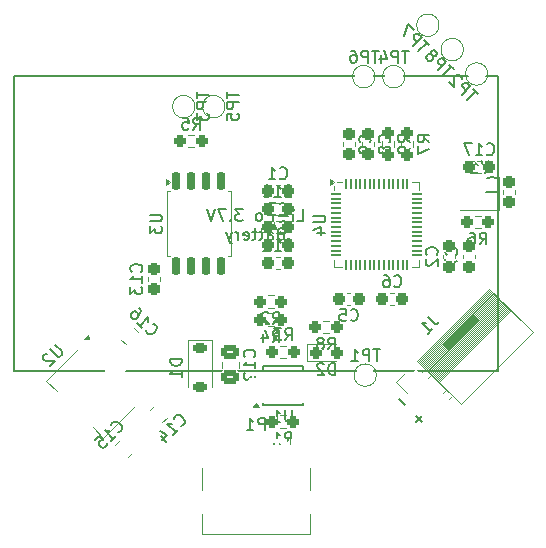
<source format=gbo>
G04 #@! TF.GenerationSoftware,KiCad,Pcbnew,7.0.10*
G04 #@! TF.CreationDate,2024-04-20T00:48:07+02:00*
G04 #@! TF.ProjectId,ledDisplay,6c656444-6973-4706-9c61-792e6b696361,rev?*
G04 #@! TF.SameCoordinates,Original*
G04 #@! TF.FileFunction,Legend,Bot*
G04 #@! TF.FilePolarity,Positive*
%FSLAX46Y46*%
G04 Gerber Fmt 4.6, Leading zero omitted, Abs format (unit mm)*
G04 Created by KiCad (PCBNEW 7.0.10) date 2024-04-20 00:48:07*
%MOMM*%
%LPD*%
G01*
G04 APERTURE LIST*
G04 Aperture macros list*
%AMRoundRect*
0 Rectangle with rounded corners*
0 $1 Rounding radius*
0 $2 $3 $4 $5 $6 $7 $8 $9 X,Y pos of 4 corners*
0 Add a 4 corners polygon primitive as box body*
4,1,4,$2,$3,$4,$5,$6,$7,$8,$9,$2,$3,0*
0 Add four circle primitives for the rounded corners*
1,1,$1+$1,$2,$3*
1,1,$1+$1,$4,$5*
1,1,$1+$1,$6,$7*
1,1,$1+$1,$8,$9*
0 Add four rect primitives between the rounded corners*
20,1,$1+$1,$2,$3,$4,$5,0*
20,1,$1+$1,$4,$5,$6,$7,0*
20,1,$1+$1,$6,$7,$8,$9,0*
20,1,$1+$1,$8,$9,$2,$3,0*%
%AMHorizOval*
0 Thick line with rounded ends*
0 $1 width*
0 $2 $3 position (X,Y) of the first rounded end (center of the circle)*
0 $4 $5 position (X,Y) of the second rounded end (center of the circle)*
0 Add line between two ends*
20,1,$1,$2,$3,$4,$5,0*
0 Add two circle primitives to create the rounded ends*
1,1,$1,$2,$3*
1,1,$1,$4,$5*%
%AMRotRect*
0 Rectangle, with rotation*
0 The origin of the aperture is its center*
0 $1 length*
0 $2 width*
0 $3 Rotation angle, in degrees counterclockwise*
0 Add horizontal line*
21,1,$1,$2,0,0,$3*%
G04 Aperture macros list end*
%ADD10C,0.150000*%
%ADD11C,0.120000*%
%ADD12C,3.200000*%
%ADD13C,1.500000*%
%ADD14RoundRect,0.237500X0.300000X0.237500X-0.300000X0.237500X-0.300000X-0.237500X0.300000X-0.237500X0*%
%ADD15RoundRect,0.237500X-0.250000X-0.237500X0.250000X-0.237500X0.250000X0.237500X-0.250000X0.237500X0*%
%ADD16R,1.150000X1.000000*%
%ADD17RoundRect,0.250000X-0.097227X0.574524X-0.574524X0.097227X0.097227X-0.574524X0.574524X-0.097227X0*%
%ADD18R,1.400000X0.300000*%
%ADD19RoundRect,0.237500X-0.237500X0.300000X-0.237500X-0.300000X0.237500X-0.300000X0.237500X0.300000X0*%
%ADD20RoundRect,0.237500X-0.300000X-0.237500X0.300000X-0.237500X0.300000X0.237500X-0.300000X0.237500X0*%
%ADD21RoundRect,0.150000X-0.150000X0.650000X-0.150000X-0.650000X0.150000X-0.650000X0.150000X0.650000X0*%
%ADD22RoundRect,0.237500X-0.287500X-0.237500X0.287500X-0.237500X0.287500X0.237500X-0.287500X0.237500X0*%
%ADD23RoundRect,0.225000X-0.375000X0.225000X-0.375000X-0.225000X0.375000X-0.225000X0.375000X0.225000X0*%
%ADD24RoundRect,0.237500X0.237500X-0.300000X0.237500X0.300000X-0.237500X0.300000X-0.237500X-0.300000X0*%
%ADD25RoundRect,0.237500X0.237500X-0.250000X0.237500X0.250000X-0.237500X0.250000X-0.237500X-0.250000X0*%
%ADD26RotRect,1.700000X1.700000X225.000000*%
%ADD27HorizOval,1.700000X0.000000X0.000000X0.000000X0.000000X0*%
%ADD28RoundRect,0.250000X0.475000X-0.337500X0.475000X0.337500X-0.475000X0.337500X-0.475000X-0.337500X0*%
%ADD29RoundRect,0.250000X0.574524X0.097227X0.097227X0.574524X-0.574524X-0.097227X-0.097227X-0.574524X0*%
%ADD30RoundRect,0.237500X0.250000X0.237500X-0.250000X0.237500X-0.250000X-0.237500X0.250000X-0.237500X0*%
%ADD31RoundRect,0.250000X0.097227X-0.574524X0.574524X-0.097227X-0.097227X0.574524X-0.574524X0.097227X0*%
%ADD32RoundRect,0.375000X0.176777X0.707107X-0.707107X-0.176777X-0.176777X-0.707107X0.707107X0.176777X0*%
%ADD33RoundRect,0.500000X-0.636396X1.343503X-1.343503X0.636396X0.636396X-1.343503X1.343503X-0.636396X0*%
%ADD34C,0.650000*%
%ADD35R,0.600000X1.240000*%
%ADD36R,0.300000X1.240000*%
%ADD37O,1.000000X1.800000*%
%ADD38O,1.000000X2.100000*%
%ADD39RoundRect,0.050000X-0.050000X0.387500X-0.050000X-0.387500X0.050000X-0.387500X0.050000X0.387500X0*%
%ADD40RoundRect,0.050000X-0.387500X0.050000X-0.387500X-0.050000X0.387500X-0.050000X0.387500X0.050000X0*%
%ADD41R,3.200000X3.200000*%
G04 APERTURE END LIST*
D10*
X152500000Y-99000000D02*
X152500000Y-74000000D01*
X193500000Y-99000000D02*
X152500000Y-99000000D01*
X193500000Y-74000000D02*
X193500000Y-99000000D01*
X193500000Y-74000000D02*
X152500000Y-74000000D01*
X187067286Y-103286435D02*
X186528538Y-102747687D01*
X186528538Y-103286435D02*
X187067286Y-102747687D01*
X185653073Y-101872221D02*
X185114325Y-101333473D01*
X176499999Y-86259819D02*
X176976189Y-86259819D01*
X176976189Y-86259819D02*
X176976189Y-85259819D01*
X176166665Y-86259819D02*
X176166665Y-85593152D01*
X176166665Y-85259819D02*
X176214284Y-85307438D01*
X176214284Y-85307438D02*
X176166665Y-85355057D01*
X176166665Y-85355057D02*
X176119046Y-85307438D01*
X176119046Y-85307438D02*
X176166665Y-85259819D01*
X176166665Y-85259819D02*
X176166665Y-85355057D01*
X175690475Y-85878866D02*
X174928571Y-85878866D01*
X174452380Y-86259819D02*
X174452380Y-85259819D01*
X174452380Y-85259819D02*
X174071428Y-85259819D01*
X174071428Y-85259819D02*
X173976190Y-85307438D01*
X173976190Y-85307438D02*
X173928571Y-85355057D01*
X173928571Y-85355057D02*
X173880952Y-85450295D01*
X173880952Y-85450295D02*
X173880952Y-85593152D01*
X173880952Y-85593152D02*
X173928571Y-85688390D01*
X173928571Y-85688390D02*
X173976190Y-85736009D01*
X173976190Y-85736009D02*
X174071428Y-85783628D01*
X174071428Y-85783628D02*
X174452380Y-85783628D01*
X173309523Y-86259819D02*
X173404761Y-86212200D01*
X173404761Y-86212200D02*
X173452380Y-86164580D01*
X173452380Y-86164580D02*
X173499999Y-86069342D01*
X173499999Y-86069342D02*
X173499999Y-85783628D01*
X173499999Y-85783628D02*
X173452380Y-85688390D01*
X173452380Y-85688390D02*
X173404761Y-85640771D01*
X173404761Y-85640771D02*
X173309523Y-85593152D01*
X173309523Y-85593152D02*
X173166666Y-85593152D01*
X173166666Y-85593152D02*
X173071428Y-85640771D01*
X173071428Y-85640771D02*
X173023809Y-85688390D01*
X173023809Y-85688390D02*
X172976190Y-85783628D01*
X172976190Y-85783628D02*
X172976190Y-86069342D01*
X172976190Y-86069342D02*
X173023809Y-86164580D01*
X173023809Y-86164580D02*
X173071428Y-86212200D01*
X173071428Y-86212200D02*
X173166666Y-86259819D01*
X173166666Y-86259819D02*
X173309523Y-86259819D01*
X171880951Y-85259819D02*
X171261904Y-85259819D01*
X171261904Y-85259819D02*
X171595237Y-85640771D01*
X171595237Y-85640771D02*
X171452380Y-85640771D01*
X171452380Y-85640771D02*
X171357142Y-85688390D01*
X171357142Y-85688390D02*
X171309523Y-85736009D01*
X171309523Y-85736009D02*
X171261904Y-85831247D01*
X171261904Y-85831247D02*
X171261904Y-86069342D01*
X171261904Y-86069342D02*
X171309523Y-86164580D01*
X171309523Y-86164580D02*
X171357142Y-86212200D01*
X171357142Y-86212200D02*
X171452380Y-86259819D01*
X171452380Y-86259819D02*
X171738094Y-86259819D01*
X171738094Y-86259819D02*
X171833332Y-86212200D01*
X171833332Y-86212200D02*
X171880951Y-86164580D01*
X170833332Y-86164580D02*
X170785713Y-86212200D01*
X170785713Y-86212200D02*
X170833332Y-86259819D01*
X170833332Y-86259819D02*
X170880951Y-86212200D01*
X170880951Y-86212200D02*
X170833332Y-86164580D01*
X170833332Y-86164580D02*
X170833332Y-86259819D01*
X170452380Y-85259819D02*
X169785714Y-85259819D01*
X169785714Y-85259819D02*
X170214285Y-86259819D01*
X169547618Y-85259819D02*
X169214285Y-86259819D01*
X169214285Y-86259819D02*
X168880952Y-85259819D01*
X175071429Y-87346009D02*
X174928572Y-87393628D01*
X174928572Y-87393628D02*
X174880953Y-87441247D01*
X174880953Y-87441247D02*
X174833334Y-87536485D01*
X174833334Y-87536485D02*
X174833334Y-87679342D01*
X174833334Y-87679342D02*
X174880953Y-87774580D01*
X174880953Y-87774580D02*
X174928572Y-87822200D01*
X174928572Y-87822200D02*
X175023810Y-87869819D01*
X175023810Y-87869819D02*
X175404762Y-87869819D01*
X175404762Y-87869819D02*
X175404762Y-86869819D01*
X175404762Y-86869819D02*
X175071429Y-86869819D01*
X175071429Y-86869819D02*
X174976191Y-86917438D01*
X174976191Y-86917438D02*
X174928572Y-86965057D01*
X174928572Y-86965057D02*
X174880953Y-87060295D01*
X174880953Y-87060295D02*
X174880953Y-87155533D01*
X174880953Y-87155533D02*
X174928572Y-87250771D01*
X174928572Y-87250771D02*
X174976191Y-87298390D01*
X174976191Y-87298390D02*
X175071429Y-87346009D01*
X175071429Y-87346009D02*
X175404762Y-87346009D01*
X173976191Y-87869819D02*
X173976191Y-87346009D01*
X173976191Y-87346009D02*
X174023810Y-87250771D01*
X174023810Y-87250771D02*
X174119048Y-87203152D01*
X174119048Y-87203152D02*
X174309524Y-87203152D01*
X174309524Y-87203152D02*
X174404762Y-87250771D01*
X173976191Y-87822200D02*
X174071429Y-87869819D01*
X174071429Y-87869819D02*
X174309524Y-87869819D01*
X174309524Y-87869819D02*
X174404762Y-87822200D01*
X174404762Y-87822200D02*
X174452381Y-87726961D01*
X174452381Y-87726961D02*
X174452381Y-87631723D01*
X174452381Y-87631723D02*
X174404762Y-87536485D01*
X174404762Y-87536485D02*
X174309524Y-87488866D01*
X174309524Y-87488866D02*
X174071429Y-87488866D01*
X174071429Y-87488866D02*
X173976191Y-87441247D01*
X173642857Y-87203152D02*
X173261905Y-87203152D01*
X173500000Y-86869819D02*
X173500000Y-87726961D01*
X173500000Y-87726961D02*
X173452381Y-87822200D01*
X173452381Y-87822200D02*
X173357143Y-87869819D01*
X173357143Y-87869819D02*
X173261905Y-87869819D01*
X173071428Y-87203152D02*
X172690476Y-87203152D01*
X172928571Y-86869819D02*
X172928571Y-87726961D01*
X172928571Y-87726961D02*
X172880952Y-87822200D01*
X172880952Y-87822200D02*
X172785714Y-87869819D01*
X172785714Y-87869819D02*
X172690476Y-87869819D01*
X171976190Y-87822200D02*
X172071428Y-87869819D01*
X172071428Y-87869819D02*
X172261904Y-87869819D01*
X172261904Y-87869819D02*
X172357142Y-87822200D01*
X172357142Y-87822200D02*
X172404761Y-87726961D01*
X172404761Y-87726961D02*
X172404761Y-87346009D01*
X172404761Y-87346009D02*
X172357142Y-87250771D01*
X172357142Y-87250771D02*
X172261904Y-87203152D01*
X172261904Y-87203152D02*
X172071428Y-87203152D01*
X172071428Y-87203152D02*
X171976190Y-87250771D01*
X171976190Y-87250771D02*
X171928571Y-87346009D01*
X171928571Y-87346009D02*
X171928571Y-87441247D01*
X171928571Y-87441247D02*
X172404761Y-87536485D01*
X171499999Y-87869819D02*
X171499999Y-87203152D01*
X171499999Y-87393628D02*
X171452380Y-87298390D01*
X171452380Y-87298390D02*
X171404761Y-87250771D01*
X171404761Y-87250771D02*
X171309523Y-87203152D01*
X171309523Y-87203152D02*
X171214285Y-87203152D01*
X170976189Y-87203152D02*
X170738094Y-87869819D01*
X170499999Y-87203152D02*
X170738094Y-87869819D01*
X170738094Y-87869819D02*
X170833332Y-88107914D01*
X170833332Y-88107914D02*
X170880951Y-88155533D01*
X170880951Y-88155533D02*
X170976189Y-88203152D01*
X189723490Y-73427112D02*
X189319429Y-73023051D01*
X188814353Y-73932188D02*
X189521460Y-73225081D01*
X188376620Y-73494455D02*
X189083727Y-72787348D01*
X189083727Y-72787348D02*
X188814353Y-72517974D01*
X188814353Y-72517974D02*
X188713337Y-72484303D01*
X188713337Y-72484303D02*
X188645994Y-72484303D01*
X188645994Y-72484303D02*
X188544979Y-72517974D01*
X188544979Y-72517974D02*
X188443963Y-72618990D01*
X188443963Y-72618990D02*
X188410292Y-72720005D01*
X188410292Y-72720005D02*
X188410292Y-72787348D01*
X188410292Y-72787348D02*
X188443963Y-72888364D01*
X188443963Y-72888364D02*
X188713337Y-73157738D01*
X187972559Y-72282272D02*
X188073574Y-72315944D01*
X188073574Y-72315944D02*
X188140918Y-72315944D01*
X188140918Y-72315944D02*
X188241933Y-72282272D01*
X188241933Y-72282272D02*
X188275605Y-72248600D01*
X188275605Y-72248600D02*
X188309276Y-72147585D01*
X188309276Y-72147585D02*
X188309276Y-72080242D01*
X188309276Y-72080242D02*
X188275605Y-71979226D01*
X188275605Y-71979226D02*
X188140918Y-71844539D01*
X188140918Y-71844539D02*
X188039902Y-71810868D01*
X188039902Y-71810868D02*
X187972559Y-71810868D01*
X187972559Y-71810868D02*
X187871544Y-71844539D01*
X187871544Y-71844539D02*
X187837872Y-71878211D01*
X187837872Y-71878211D02*
X187804200Y-71979226D01*
X187804200Y-71979226D02*
X187804200Y-72046570D01*
X187804200Y-72046570D02*
X187837872Y-72147585D01*
X187837872Y-72147585D02*
X187972559Y-72282272D01*
X187972559Y-72282272D02*
X188006231Y-72383287D01*
X188006231Y-72383287D02*
X188006231Y-72450631D01*
X188006231Y-72450631D02*
X187972559Y-72551646D01*
X187972559Y-72551646D02*
X187837872Y-72686333D01*
X187837872Y-72686333D02*
X187736857Y-72720005D01*
X187736857Y-72720005D02*
X187669513Y-72720005D01*
X187669513Y-72720005D02*
X187568498Y-72686333D01*
X187568498Y-72686333D02*
X187433811Y-72551646D01*
X187433811Y-72551646D02*
X187400139Y-72450631D01*
X187400139Y-72450631D02*
X187400139Y-72383287D01*
X187400139Y-72383287D02*
X187433811Y-72282272D01*
X187433811Y-72282272D02*
X187568498Y-72147585D01*
X187568498Y-72147585D02*
X187669513Y-72113913D01*
X187669513Y-72113913D02*
X187736857Y-72113913D01*
X187736857Y-72113913D02*
X187837872Y-72147585D01*
X175019166Y-85670580D02*
X175066785Y-85718200D01*
X175066785Y-85718200D02*
X175209642Y-85765819D01*
X175209642Y-85765819D02*
X175304880Y-85765819D01*
X175304880Y-85765819D02*
X175447737Y-85718200D01*
X175447737Y-85718200D02*
X175542975Y-85622961D01*
X175542975Y-85622961D02*
X175590594Y-85527723D01*
X175590594Y-85527723D02*
X175638213Y-85337247D01*
X175638213Y-85337247D02*
X175638213Y-85194390D01*
X175638213Y-85194390D02*
X175590594Y-85003914D01*
X175590594Y-85003914D02*
X175542975Y-84908676D01*
X175542975Y-84908676D02*
X175447737Y-84813438D01*
X175447737Y-84813438D02*
X175304880Y-84765819D01*
X175304880Y-84765819D02*
X175209642Y-84765819D01*
X175209642Y-84765819D02*
X175066785Y-84813438D01*
X175066785Y-84813438D02*
X175019166Y-84861057D01*
X174685832Y-84765819D02*
X174066785Y-84765819D01*
X174066785Y-84765819D02*
X174400118Y-85146771D01*
X174400118Y-85146771D02*
X174257261Y-85146771D01*
X174257261Y-85146771D02*
X174162023Y-85194390D01*
X174162023Y-85194390D02*
X174114404Y-85242009D01*
X174114404Y-85242009D02*
X174066785Y-85337247D01*
X174066785Y-85337247D02*
X174066785Y-85575342D01*
X174066785Y-85575342D02*
X174114404Y-85670580D01*
X174114404Y-85670580D02*
X174162023Y-85718200D01*
X174162023Y-85718200D02*
X174257261Y-85765819D01*
X174257261Y-85765819D02*
X174542975Y-85765819D01*
X174542975Y-85765819D02*
X174638213Y-85718200D01*
X174638213Y-85718200D02*
X174685832Y-85670580D01*
X191936666Y-88244819D02*
X192269999Y-87768628D01*
X192508094Y-88244819D02*
X192508094Y-87244819D01*
X192508094Y-87244819D02*
X192127142Y-87244819D01*
X192127142Y-87244819D02*
X192031904Y-87292438D01*
X192031904Y-87292438D02*
X191984285Y-87340057D01*
X191984285Y-87340057D02*
X191936666Y-87435295D01*
X191936666Y-87435295D02*
X191936666Y-87578152D01*
X191936666Y-87578152D02*
X191984285Y-87673390D01*
X191984285Y-87673390D02*
X192031904Y-87721009D01*
X192031904Y-87721009D02*
X192127142Y-87768628D01*
X192127142Y-87768628D02*
X192508094Y-87768628D01*
X191079523Y-87244819D02*
X191269999Y-87244819D01*
X191269999Y-87244819D02*
X191365237Y-87292438D01*
X191365237Y-87292438D02*
X191412856Y-87340057D01*
X191412856Y-87340057D02*
X191508094Y-87482914D01*
X191508094Y-87482914D02*
X191555713Y-87673390D01*
X191555713Y-87673390D02*
X191555713Y-88054342D01*
X191555713Y-88054342D02*
X191508094Y-88149580D01*
X191508094Y-88149580D02*
X191460475Y-88197200D01*
X191460475Y-88197200D02*
X191365237Y-88244819D01*
X191365237Y-88244819D02*
X191174761Y-88244819D01*
X191174761Y-88244819D02*
X191079523Y-88197200D01*
X191079523Y-88197200D02*
X191031904Y-88149580D01*
X191031904Y-88149580D02*
X190984285Y-88054342D01*
X190984285Y-88054342D02*
X190984285Y-87816247D01*
X190984285Y-87816247D02*
X191031904Y-87721009D01*
X191031904Y-87721009D02*
X191079523Y-87673390D01*
X191079523Y-87673390D02*
X191174761Y-87625771D01*
X191174761Y-87625771D02*
X191365237Y-87625771D01*
X191365237Y-87625771D02*
X191460475Y-87673390D01*
X191460475Y-87673390D02*
X191508094Y-87721009D01*
X191508094Y-87721009D02*
X191555713Y-87816247D01*
X167980819Y-75319095D02*
X167980819Y-75890523D01*
X168980819Y-75604809D02*
X167980819Y-75604809D01*
X168980819Y-76223857D02*
X167980819Y-76223857D01*
X167980819Y-76223857D02*
X167980819Y-76604809D01*
X167980819Y-76604809D02*
X168028438Y-76700047D01*
X168028438Y-76700047D02*
X168076057Y-76747666D01*
X168076057Y-76747666D02*
X168171295Y-76795285D01*
X168171295Y-76795285D02*
X168314152Y-76795285D01*
X168314152Y-76795285D02*
X168409390Y-76747666D01*
X168409390Y-76747666D02*
X168457009Y-76700047D01*
X168457009Y-76700047D02*
X168504628Y-76604809D01*
X168504628Y-76604809D02*
X168504628Y-76223857D01*
X167980819Y-77128619D02*
X167980819Y-77747666D01*
X167980819Y-77747666D02*
X168361771Y-77414333D01*
X168361771Y-77414333D02*
X168361771Y-77557190D01*
X168361771Y-77557190D02*
X168409390Y-77652428D01*
X168409390Y-77652428D02*
X168457009Y-77700047D01*
X168457009Y-77700047D02*
X168552247Y-77747666D01*
X168552247Y-77747666D02*
X168790342Y-77747666D01*
X168790342Y-77747666D02*
X168885580Y-77700047D01*
X168885580Y-77700047D02*
X168933200Y-77652428D01*
X168933200Y-77652428D02*
X168980819Y-77557190D01*
X168980819Y-77557190D02*
X168980819Y-77271476D01*
X168980819Y-77271476D02*
X168933200Y-77176238D01*
X168933200Y-77176238D02*
X168885580Y-77128619D01*
X192373190Y-81725628D02*
X192373190Y-82201819D01*
X192706523Y-81201819D02*
X192373190Y-81725628D01*
X192373190Y-81725628D02*
X192039857Y-81201819D01*
X191182714Y-82201819D02*
X191754142Y-82201819D01*
X191468428Y-82201819D02*
X191468428Y-81201819D01*
X191468428Y-81201819D02*
X191563666Y-81344676D01*
X191563666Y-81344676D02*
X191658904Y-81439914D01*
X191658904Y-81439914D02*
X191754142Y-81487533D01*
X161318891Y-104148754D02*
X161386235Y-104148754D01*
X161386235Y-104148754D02*
X161520922Y-104081410D01*
X161520922Y-104081410D02*
X161588265Y-104014067D01*
X161588265Y-104014067D02*
X161655609Y-103879380D01*
X161655609Y-103879380D02*
X161655609Y-103744693D01*
X161655609Y-103744693D02*
X161621937Y-103643678D01*
X161621937Y-103643678D02*
X161520922Y-103475319D01*
X161520922Y-103475319D02*
X161419907Y-103374304D01*
X161419907Y-103374304D02*
X161251548Y-103273288D01*
X161251548Y-103273288D02*
X161150533Y-103239617D01*
X161150533Y-103239617D02*
X161015846Y-103239617D01*
X161015846Y-103239617D02*
X160881159Y-103306960D01*
X160881159Y-103306960D02*
X160813815Y-103374304D01*
X160813815Y-103374304D02*
X160746472Y-103508991D01*
X160746472Y-103508991D02*
X160746472Y-103576334D01*
X160712800Y-104889532D02*
X161116861Y-104485471D01*
X160914830Y-104687502D02*
X160207724Y-103980395D01*
X160207724Y-103980395D02*
X160376082Y-104014067D01*
X160376082Y-104014067D02*
X160510769Y-104014067D01*
X160510769Y-104014067D02*
X160611785Y-103980395D01*
X159365930Y-104822189D02*
X159702647Y-104485471D01*
X159702647Y-104485471D02*
X160073036Y-104788517D01*
X160073036Y-104788517D02*
X160005693Y-104788517D01*
X160005693Y-104788517D02*
X159904678Y-104822189D01*
X159904678Y-104822189D02*
X159736319Y-104990548D01*
X159736319Y-104990548D02*
X159702647Y-105091563D01*
X159702647Y-105091563D02*
X159702647Y-105158907D01*
X159702647Y-105158907D02*
X159736319Y-105259922D01*
X159736319Y-105259922D02*
X159904678Y-105428281D01*
X159904678Y-105428281D02*
X160005693Y-105461952D01*
X160005693Y-105461952D02*
X160073036Y-105461952D01*
X160073036Y-105461952D02*
X160174052Y-105428281D01*
X160174052Y-105428281D02*
X160342410Y-105259922D01*
X160342410Y-105259922D02*
X160376082Y-105158907D01*
X160376082Y-105158907D02*
X160376082Y-105091563D01*
X176062904Y-102257819D02*
X176062904Y-103067342D01*
X176062904Y-103067342D02*
X176015285Y-103162580D01*
X176015285Y-103162580D02*
X175967666Y-103210200D01*
X175967666Y-103210200D02*
X175872428Y-103257819D01*
X175872428Y-103257819D02*
X175681952Y-103257819D01*
X175681952Y-103257819D02*
X175586714Y-103210200D01*
X175586714Y-103210200D02*
X175539095Y-103162580D01*
X175539095Y-103162580D02*
X175491476Y-103067342D01*
X175491476Y-103067342D02*
X175491476Y-102257819D01*
X174491476Y-103257819D02*
X175062904Y-103257819D01*
X174777190Y-103257819D02*
X174777190Y-102257819D01*
X174777190Y-102257819D02*
X174872428Y-102400676D01*
X174872428Y-102400676D02*
X174967666Y-102495914D01*
X174967666Y-102495914D02*
X175062904Y-102543533D01*
X189937580Y-89114333D02*
X189985200Y-89066714D01*
X189985200Y-89066714D02*
X190032819Y-88923857D01*
X190032819Y-88923857D02*
X190032819Y-88828619D01*
X190032819Y-88828619D02*
X189985200Y-88685762D01*
X189985200Y-88685762D02*
X189889961Y-88590524D01*
X189889961Y-88590524D02*
X189794723Y-88542905D01*
X189794723Y-88542905D02*
X189604247Y-88495286D01*
X189604247Y-88495286D02*
X189461390Y-88495286D01*
X189461390Y-88495286D02*
X189270914Y-88542905D01*
X189270914Y-88542905D02*
X189175676Y-88590524D01*
X189175676Y-88590524D02*
X189080438Y-88685762D01*
X189080438Y-88685762D02*
X189032819Y-88828619D01*
X189032819Y-88828619D02*
X189032819Y-88923857D01*
X189032819Y-88923857D02*
X189080438Y-89066714D01*
X189080438Y-89066714D02*
X189128057Y-89114333D01*
X189032819Y-89447667D02*
X189032819Y-90114333D01*
X189032819Y-90114333D02*
X190032819Y-89685762D01*
X185919904Y-71847819D02*
X185348476Y-71847819D01*
X185634190Y-72847819D02*
X185634190Y-71847819D01*
X185015142Y-72847819D02*
X185015142Y-71847819D01*
X185015142Y-71847819D02*
X184634190Y-71847819D01*
X184634190Y-71847819D02*
X184538952Y-71895438D01*
X184538952Y-71895438D02*
X184491333Y-71943057D01*
X184491333Y-71943057D02*
X184443714Y-72038295D01*
X184443714Y-72038295D02*
X184443714Y-72181152D01*
X184443714Y-72181152D02*
X184491333Y-72276390D01*
X184491333Y-72276390D02*
X184538952Y-72324009D01*
X184538952Y-72324009D02*
X184634190Y-72371628D01*
X184634190Y-72371628D02*
X185015142Y-72371628D01*
X183586571Y-72181152D02*
X183586571Y-72847819D01*
X183824666Y-71800200D02*
X184062761Y-72514485D01*
X184062761Y-72514485D02*
X183443714Y-72514485D01*
X181014666Y-94626580D02*
X181062285Y-94674200D01*
X181062285Y-94674200D02*
X181205142Y-94721819D01*
X181205142Y-94721819D02*
X181300380Y-94721819D01*
X181300380Y-94721819D02*
X181443237Y-94674200D01*
X181443237Y-94674200D02*
X181538475Y-94578961D01*
X181538475Y-94578961D02*
X181586094Y-94483723D01*
X181586094Y-94483723D02*
X181633713Y-94293247D01*
X181633713Y-94293247D02*
X181633713Y-94150390D01*
X181633713Y-94150390D02*
X181586094Y-93959914D01*
X181586094Y-93959914D02*
X181538475Y-93864676D01*
X181538475Y-93864676D02*
X181443237Y-93769438D01*
X181443237Y-93769438D02*
X181300380Y-93721819D01*
X181300380Y-93721819D02*
X181205142Y-93721819D01*
X181205142Y-93721819D02*
X181062285Y-93769438D01*
X181062285Y-93769438D02*
X181014666Y-93817057D01*
X180109904Y-93721819D02*
X180586094Y-93721819D01*
X180586094Y-93721819D02*
X180633713Y-94198009D01*
X180633713Y-94198009D02*
X180586094Y-94150390D01*
X180586094Y-94150390D02*
X180490856Y-94102771D01*
X180490856Y-94102771D02*
X180252761Y-94102771D01*
X180252761Y-94102771D02*
X180157523Y-94150390D01*
X180157523Y-94150390D02*
X180109904Y-94198009D01*
X180109904Y-94198009D02*
X180062285Y-94293247D01*
X180062285Y-94293247D02*
X180062285Y-94531342D01*
X180062285Y-94531342D02*
X180109904Y-94626580D01*
X180109904Y-94626580D02*
X180157523Y-94674200D01*
X180157523Y-94674200D02*
X180252761Y-94721819D01*
X180252761Y-94721819D02*
X180490856Y-94721819D01*
X180490856Y-94721819D02*
X180586094Y-94674200D01*
X180586094Y-94674200D02*
X180633713Y-94626580D01*
X164042819Y-85725095D02*
X164852342Y-85725095D01*
X164852342Y-85725095D02*
X164947580Y-85772714D01*
X164947580Y-85772714D02*
X164995200Y-85820333D01*
X164995200Y-85820333D02*
X165042819Y-85915571D01*
X165042819Y-85915571D02*
X165042819Y-86106047D01*
X165042819Y-86106047D02*
X164995200Y-86201285D01*
X164995200Y-86201285D02*
X164947580Y-86248904D01*
X164947580Y-86248904D02*
X164852342Y-86296523D01*
X164852342Y-86296523D02*
X164042819Y-86296523D01*
X164042819Y-86677476D02*
X164042819Y-87296523D01*
X164042819Y-87296523D02*
X164423771Y-86963190D01*
X164423771Y-86963190D02*
X164423771Y-87106047D01*
X164423771Y-87106047D02*
X164471390Y-87201285D01*
X164471390Y-87201285D02*
X164519009Y-87248904D01*
X164519009Y-87248904D02*
X164614247Y-87296523D01*
X164614247Y-87296523D02*
X164852342Y-87296523D01*
X164852342Y-87296523D02*
X164947580Y-87248904D01*
X164947580Y-87248904D02*
X164995200Y-87201285D01*
X164995200Y-87201285D02*
X165042819Y-87106047D01*
X165042819Y-87106047D02*
X165042819Y-86820333D01*
X165042819Y-86820333D02*
X164995200Y-86725095D01*
X164995200Y-86725095D02*
X164947580Y-86677476D01*
X179681094Y-99293819D02*
X179681094Y-98293819D01*
X179681094Y-98293819D02*
X179442999Y-98293819D01*
X179442999Y-98293819D02*
X179300142Y-98341438D01*
X179300142Y-98341438D02*
X179204904Y-98436676D01*
X179204904Y-98436676D02*
X179157285Y-98531914D01*
X179157285Y-98531914D02*
X179109666Y-98722390D01*
X179109666Y-98722390D02*
X179109666Y-98865247D01*
X179109666Y-98865247D02*
X179157285Y-99055723D01*
X179157285Y-99055723D02*
X179204904Y-99150961D01*
X179204904Y-99150961D02*
X179300142Y-99246200D01*
X179300142Y-99246200D02*
X179442999Y-99293819D01*
X179442999Y-99293819D02*
X179681094Y-99293819D01*
X178728713Y-98389057D02*
X178681094Y-98341438D01*
X178681094Y-98341438D02*
X178585856Y-98293819D01*
X178585856Y-98293819D02*
X178347761Y-98293819D01*
X178347761Y-98293819D02*
X178252523Y-98341438D01*
X178252523Y-98341438D02*
X178204904Y-98389057D01*
X178204904Y-98389057D02*
X178157285Y-98484295D01*
X178157285Y-98484295D02*
X178157285Y-98579533D01*
X178157285Y-98579533D02*
X178204904Y-98722390D01*
X178204904Y-98722390D02*
X178776332Y-99293819D01*
X178776332Y-99293819D02*
X178157285Y-99293819D01*
X175521857Y-88718580D02*
X175569476Y-88766200D01*
X175569476Y-88766200D02*
X175712333Y-88813819D01*
X175712333Y-88813819D02*
X175807571Y-88813819D01*
X175807571Y-88813819D02*
X175950428Y-88766200D01*
X175950428Y-88766200D02*
X176045666Y-88670961D01*
X176045666Y-88670961D02*
X176093285Y-88575723D01*
X176093285Y-88575723D02*
X176140904Y-88385247D01*
X176140904Y-88385247D02*
X176140904Y-88242390D01*
X176140904Y-88242390D02*
X176093285Y-88051914D01*
X176093285Y-88051914D02*
X176045666Y-87956676D01*
X176045666Y-87956676D02*
X175950428Y-87861438D01*
X175950428Y-87861438D02*
X175807571Y-87813819D01*
X175807571Y-87813819D02*
X175712333Y-87813819D01*
X175712333Y-87813819D02*
X175569476Y-87861438D01*
X175569476Y-87861438D02*
X175521857Y-87909057D01*
X174569476Y-88813819D02*
X175140904Y-88813819D01*
X174855190Y-88813819D02*
X174855190Y-87813819D01*
X174855190Y-87813819D02*
X174950428Y-87956676D01*
X174950428Y-87956676D02*
X175045666Y-88051914D01*
X175045666Y-88051914D02*
X175140904Y-88099533D01*
X173617095Y-88813819D02*
X174188523Y-88813819D01*
X173902809Y-88813819D02*
X173902809Y-87813819D01*
X173902809Y-87813819D02*
X173998047Y-87956676D01*
X173998047Y-87956676D02*
X174093285Y-88051914D01*
X174093285Y-88051914D02*
X174188523Y-88099533D01*
X170520819Y-75319095D02*
X170520819Y-75890523D01*
X171520819Y-75604809D02*
X170520819Y-75604809D01*
X171520819Y-76223857D02*
X170520819Y-76223857D01*
X170520819Y-76223857D02*
X170520819Y-76604809D01*
X170520819Y-76604809D02*
X170568438Y-76700047D01*
X170568438Y-76700047D02*
X170616057Y-76747666D01*
X170616057Y-76747666D02*
X170711295Y-76795285D01*
X170711295Y-76795285D02*
X170854152Y-76795285D01*
X170854152Y-76795285D02*
X170949390Y-76747666D01*
X170949390Y-76747666D02*
X170997009Y-76700047D01*
X170997009Y-76700047D02*
X171044628Y-76604809D01*
X171044628Y-76604809D02*
X171044628Y-76223857D01*
X170520819Y-77700047D02*
X170520819Y-77223857D01*
X170520819Y-77223857D02*
X170997009Y-77176238D01*
X170997009Y-77176238D02*
X170949390Y-77223857D01*
X170949390Y-77223857D02*
X170901771Y-77319095D01*
X170901771Y-77319095D02*
X170901771Y-77557190D01*
X170901771Y-77557190D02*
X170949390Y-77652428D01*
X170949390Y-77652428D02*
X170997009Y-77700047D01*
X170997009Y-77700047D02*
X171092247Y-77747666D01*
X171092247Y-77747666D02*
X171330342Y-77747666D01*
X171330342Y-77747666D02*
X171425580Y-77700047D01*
X171425580Y-77700047D02*
X171473200Y-77652428D01*
X171473200Y-77652428D02*
X171520819Y-77557190D01*
X171520819Y-77557190D02*
X171520819Y-77319095D01*
X171520819Y-77319095D02*
X171473200Y-77223857D01*
X171473200Y-77223857D02*
X171425580Y-77176238D01*
X191788949Y-75492571D02*
X191384888Y-75088510D01*
X190879812Y-75997647D02*
X191586919Y-75290540D01*
X190442079Y-75559914D02*
X191149186Y-74852807D01*
X191149186Y-74852807D02*
X190879812Y-74583433D01*
X190879812Y-74583433D02*
X190778796Y-74549762D01*
X190778796Y-74549762D02*
X190711453Y-74549762D01*
X190711453Y-74549762D02*
X190610438Y-74583433D01*
X190610438Y-74583433D02*
X190509422Y-74684449D01*
X190509422Y-74684449D02*
X190475751Y-74785464D01*
X190475751Y-74785464D02*
X190475751Y-74852807D01*
X190475751Y-74852807D02*
X190509422Y-74953823D01*
X190509422Y-74953823D02*
X190778796Y-75223197D01*
X190408407Y-74246716D02*
X190408407Y-74179372D01*
X190408407Y-74179372D02*
X190374735Y-74078357D01*
X190374735Y-74078357D02*
X190206377Y-73909998D01*
X190206377Y-73909998D02*
X190105361Y-73876327D01*
X190105361Y-73876327D02*
X190038018Y-73876327D01*
X190038018Y-73876327D02*
X189937003Y-73909998D01*
X189937003Y-73909998D02*
X189869659Y-73977342D01*
X189869659Y-73977342D02*
X189802316Y-74112029D01*
X189802316Y-74112029D02*
X189802316Y-74920151D01*
X189802316Y-74920151D02*
X189364583Y-74482418D01*
X166729819Y-97940905D02*
X165729819Y-97940905D01*
X165729819Y-97940905D02*
X165729819Y-98179000D01*
X165729819Y-98179000D02*
X165777438Y-98321857D01*
X165777438Y-98321857D02*
X165872676Y-98417095D01*
X165872676Y-98417095D02*
X165967914Y-98464714D01*
X165967914Y-98464714D02*
X166158390Y-98512333D01*
X166158390Y-98512333D02*
X166301247Y-98512333D01*
X166301247Y-98512333D02*
X166491723Y-98464714D01*
X166491723Y-98464714D02*
X166586961Y-98417095D01*
X166586961Y-98417095D02*
X166682200Y-98321857D01*
X166682200Y-98321857D02*
X166729819Y-98179000D01*
X166729819Y-98179000D02*
X166729819Y-97940905D01*
X166729819Y-99464714D02*
X166729819Y-98893286D01*
X166729819Y-99179000D02*
X165729819Y-99179000D01*
X165729819Y-99179000D02*
X165872676Y-99083762D01*
X165872676Y-99083762D02*
X165967914Y-98988524D01*
X165967914Y-98988524D02*
X166015533Y-98893286D01*
X175045666Y-87194580D02*
X175093285Y-87242200D01*
X175093285Y-87242200D02*
X175236142Y-87289819D01*
X175236142Y-87289819D02*
X175331380Y-87289819D01*
X175331380Y-87289819D02*
X175474237Y-87242200D01*
X175474237Y-87242200D02*
X175569475Y-87146961D01*
X175569475Y-87146961D02*
X175617094Y-87051723D01*
X175617094Y-87051723D02*
X175664713Y-86861247D01*
X175664713Y-86861247D02*
X175664713Y-86718390D01*
X175664713Y-86718390D02*
X175617094Y-86527914D01*
X175617094Y-86527914D02*
X175569475Y-86432676D01*
X175569475Y-86432676D02*
X175474237Y-86337438D01*
X175474237Y-86337438D02*
X175331380Y-86289819D01*
X175331380Y-86289819D02*
X175236142Y-86289819D01*
X175236142Y-86289819D02*
X175093285Y-86337438D01*
X175093285Y-86337438D02*
X175045666Y-86385057D01*
X174188523Y-86623152D02*
X174188523Y-87289819D01*
X174426618Y-86242200D02*
X174664713Y-86956485D01*
X174664713Y-86956485D02*
X174045666Y-86956485D01*
X179109666Y-97134819D02*
X179442999Y-96658628D01*
X179681094Y-97134819D02*
X179681094Y-96134819D01*
X179681094Y-96134819D02*
X179300142Y-96134819D01*
X179300142Y-96134819D02*
X179204904Y-96182438D01*
X179204904Y-96182438D02*
X179157285Y-96230057D01*
X179157285Y-96230057D02*
X179109666Y-96325295D01*
X179109666Y-96325295D02*
X179109666Y-96468152D01*
X179109666Y-96468152D02*
X179157285Y-96563390D01*
X179157285Y-96563390D02*
X179204904Y-96611009D01*
X179204904Y-96611009D02*
X179300142Y-96658628D01*
X179300142Y-96658628D02*
X179681094Y-96658628D01*
X178538237Y-96563390D02*
X178633475Y-96515771D01*
X178633475Y-96515771D02*
X178681094Y-96468152D01*
X178681094Y-96468152D02*
X178728713Y-96372914D01*
X178728713Y-96372914D02*
X178728713Y-96325295D01*
X178728713Y-96325295D02*
X178681094Y-96230057D01*
X178681094Y-96230057D02*
X178633475Y-96182438D01*
X178633475Y-96182438D02*
X178538237Y-96134819D01*
X178538237Y-96134819D02*
X178347761Y-96134819D01*
X178347761Y-96134819D02*
X178252523Y-96182438D01*
X178252523Y-96182438D02*
X178204904Y-96230057D01*
X178204904Y-96230057D02*
X178157285Y-96325295D01*
X178157285Y-96325295D02*
X178157285Y-96372914D01*
X178157285Y-96372914D02*
X178204904Y-96468152D01*
X178204904Y-96468152D02*
X178252523Y-96515771D01*
X178252523Y-96515771D02*
X178347761Y-96563390D01*
X178347761Y-96563390D02*
X178538237Y-96563390D01*
X178538237Y-96563390D02*
X178633475Y-96611009D01*
X178633475Y-96611009D02*
X178681094Y-96658628D01*
X178681094Y-96658628D02*
X178728713Y-96753866D01*
X178728713Y-96753866D02*
X178728713Y-96944342D01*
X178728713Y-96944342D02*
X178681094Y-97039580D01*
X178681094Y-97039580D02*
X178633475Y-97087200D01*
X178633475Y-97087200D02*
X178538237Y-97134819D01*
X178538237Y-97134819D02*
X178347761Y-97134819D01*
X178347761Y-97134819D02*
X178252523Y-97087200D01*
X178252523Y-97087200D02*
X178204904Y-97039580D01*
X178204904Y-97039580D02*
X178157285Y-96944342D01*
X178157285Y-96944342D02*
X178157285Y-96753866D01*
X178157285Y-96753866D02*
X178204904Y-96658628D01*
X178204904Y-96658628D02*
X178252523Y-96611009D01*
X178252523Y-96611009D02*
X178347761Y-96563390D01*
X184288580Y-79589333D02*
X184336200Y-79541714D01*
X184336200Y-79541714D02*
X184383819Y-79398857D01*
X184383819Y-79398857D02*
X184383819Y-79303619D01*
X184383819Y-79303619D02*
X184336200Y-79160762D01*
X184336200Y-79160762D02*
X184240961Y-79065524D01*
X184240961Y-79065524D02*
X184145723Y-79017905D01*
X184145723Y-79017905D02*
X183955247Y-78970286D01*
X183955247Y-78970286D02*
X183812390Y-78970286D01*
X183812390Y-78970286D02*
X183621914Y-79017905D01*
X183621914Y-79017905D02*
X183526676Y-79065524D01*
X183526676Y-79065524D02*
X183431438Y-79160762D01*
X183431438Y-79160762D02*
X183383819Y-79303619D01*
X183383819Y-79303619D02*
X183383819Y-79398857D01*
X183383819Y-79398857D02*
X183431438Y-79541714D01*
X183431438Y-79541714D02*
X183479057Y-79589333D01*
X183812390Y-80160762D02*
X183764771Y-80065524D01*
X183764771Y-80065524D02*
X183717152Y-80017905D01*
X183717152Y-80017905D02*
X183621914Y-79970286D01*
X183621914Y-79970286D02*
X183574295Y-79970286D01*
X183574295Y-79970286D02*
X183479057Y-80017905D01*
X183479057Y-80017905D02*
X183431438Y-80065524D01*
X183431438Y-80065524D02*
X183383819Y-80160762D01*
X183383819Y-80160762D02*
X183383819Y-80351238D01*
X183383819Y-80351238D02*
X183431438Y-80446476D01*
X183431438Y-80446476D02*
X183479057Y-80494095D01*
X183479057Y-80494095D02*
X183574295Y-80541714D01*
X183574295Y-80541714D02*
X183621914Y-80541714D01*
X183621914Y-80541714D02*
X183717152Y-80494095D01*
X183717152Y-80494095D02*
X183764771Y-80446476D01*
X183764771Y-80446476D02*
X183812390Y-80351238D01*
X183812390Y-80351238D02*
X183812390Y-80160762D01*
X183812390Y-80160762D02*
X183860009Y-80065524D01*
X183860009Y-80065524D02*
X183907628Y-80017905D01*
X183907628Y-80017905D02*
X184002866Y-79970286D01*
X184002866Y-79970286D02*
X184193342Y-79970286D01*
X184193342Y-79970286D02*
X184288580Y-80017905D01*
X184288580Y-80017905D02*
X184336200Y-80065524D01*
X184336200Y-80065524D02*
X184383819Y-80160762D01*
X184383819Y-80160762D02*
X184383819Y-80351238D01*
X184383819Y-80351238D02*
X184336200Y-80446476D01*
X184336200Y-80446476D02*
X184288580Y-80494095D01*
X184288580Y-80494095D02*
X184193342Y-80541714D01*
X184193342Y-80541714D02*
X184002866Y-80541714D01*
X184002866Y-80541714D02*
X183907628Y-80494095D01*
X183907628Y-80494095D02*
X183860009Y-80446476D01*
X183860009Y-80446476D02*
X183812390Y-80351238D01*
X192539857Y-80590580D02*
X192587476Y-80638200D01*
X192587476Y-80638200D02*
X192730333Y-80685819D01*
X192730333Y-80685819D02*
X192825571Y-80685819D01*
X192825571Y-80685819D02*
X192968428Y-80638200D01*
X192968428Y-80638200D02*
X193063666Y-80542961D01*
X193063666Y-80542961D02*
X193111285Y-80447723D01*
X193111285Y-80447723D02*
X193158904Y-80257247D01*
X193158904Y-80257247D02*
X193158904Y-80114390D01*
X193158904Y-80114390D02*
X193111285Y-79923914D01*
X193111285Y-79923914D02*
X193063666Y-79828676D01*
X193063666Y-79828676D02*
X192968428Y-79733438D01*
X192968428Y-79733438D02*
X192825571Y-79685819D01*
X192825571Y-79685819D02*
X192730333Y-79685819D01*
X192730333Y-79685819D02*
X192587476Y-79733438D01*
X192587476Y-79733438D02*
X192539857Y-79781057D01*
X191587476Y-80685819D02*
X192158904Y-80685819D01*
X191873190Y-80685819D02*
X191873190Y-79685819D01*
X191873190Y-79685819D02*
X191968428Y-79828676D01*
X191968428Y-79828676D02*
X192063666Y-79923914D01*
X192063666Y-79923914D02*
X192158904Y-79971533D01*
X191254142Y-79685819D02*
X190587476Y-79685819D01*
X190587476Y-79685819D02*
X191016047Y-80685819D01*
X186034819Y-79589333D02*
X185558628Y-79256000D01*
X186034819Y-79017905D02*
X185034819Y-79017905D01*
X185034819Y-79017905D02*
X185034819Y-79398857D01*
X185034819Y-79398857D02*
X185082438Y-79494095D01*
X185082438Y-79494095D02*
X185130057Y-79541714D01*
X185130057Y-79541714D02*
X185225295Y-79589333D01*
X185225295Y-79589333D02*
X185368152Y-79589333D01*
X185368152Y-79589333D02*
X185463390Y-79541714D01*
X185463390Y-79541714D02*
X185511009Y-79494095D01*
X185511009Y-79494095D02*
X185558628Y-79398857D01*
X185558628Y-79398857D02*
X185558628Y-79017905D01*
X186034819Y-80065524D02*
X186034819Y-80256000D01*
X186034819Y-80256000D02*
X185987200Y-80351238D01*
X185987200Y-80351238D02*
X185939580Y-80398857D01*
X185939580Y-80398857D02*
X185796723Y-80494095D01*
X185796723Y-80494095D02*
X185606247Y-80541714D01*
X185606247Y-80541714D02*
X185225295Y-80541714D01*
X185225295Y-80541714D02*
X185130057Y-80494095D01*
X185130057Y-80494095D02*
X185082438Y-80446476D01*
X185082438Y-80446476D02*
X185034819Y-80351238D01*
X185034819Y-80351238D02*
X185034819Y-80160762D01*
X185034819Y-80160762D02*
X185082438Y-80065524D01*
X185082438Y-80065524D02*
X185130057Y-80017905D01*
X185130057Y-80017905D02*
X185225295Y-79970286D01*
X185225295Y-79970286D02*
X185463390Y-79970286D01*
X185463390Y-79970286D02*
X185558628Y-80017905D01*
X185558628Y-80017905D02*
X185606247Y-80065524D01*
X185606247Y-80065524D02*
X185653866Y-80160762D01*
X185653866Y-80160762D02*
X185653866Y-80351238D01*
X185653866Y-80351238D02*
X185606247Y-80446476D01*
X185606247Y-80446476D02*
X185558628Y-80494095D01*
X185558628Y-80494095D02*
X185463390Y-80541714D01*
X183379904Y-71847819D02*
X182808476Y-71847819D01*
X183094190Y-72847819D02*
X183094190Y-71847819D01*
X182475142Y-72847819D02*
X182475142Y-71847819D01*
X182475142Y-71847819D02*
X182094190Y-71847819D01*
X182094190Y-71847819D02*
X181998952Y-71895438D01*
X181998952Y-71895438D02*
X181951333Y-71943057D01*
X181951333Y-71943057D02*
X181903714Y-72038295D01*
X181903714Y-72038295D02*
X181903714Y-72181152D01*
X181903714Y-72181152D02*
X181951333Y-72276390D01*
X181951333Y-72276390D02*
X181998952Y-72324009D01*
X181998952Y-72324009D02*
X182094190Y-72371628D01*
X182094190Y-72371628D02*
X182475142Y-72371628D01*
X181046571Y-71847819D02*
X181237047Y-71847819D01*
X181237047Y-71847819D02*
X181332285Y-71895438D01*
X181332285Y-71895438D02*
X181379904Y-71943057D01*
X181379904Y-71943057D02*
X181475142Y-72085914D01*
X181475142Y-72085914D02*
X181522761Y-72276390D01*
X181522761Y-72276390D02*
X181522761Y-72657342D01*
X181522761Y-72657342D02*
X181475142Y-72752580D01*
X181475142Y-72752580D02*
X181427523Y-72800200D01*
X181427523Y-72800200D02*
X181332285Y-72847819D01*
X181332285Y-72847819D02*
X181141809Y-72847819D01*
X181141809Y-72847819D02*
X181046571Y-72800200D01*
X181046571Y-72800200D02*
X180998952Y-72752580D01*
X180998952Y-72752580D02*
X180951333Y-72657342D01*
X180951333Y-72657342D02*
X180951333Y-72419247D01*
X180951333Y-72419247D02*
X180998952Y-72324009D01*
X180998952Y-72324009D02*
X181046571Y-72276390D01*
X181046571Y-72276390D02*
X181141809Y-72228771D01*
X181141809Y-72228771D02*
X181332285Y-72228771D01*
X181332285Y-72228771D02*
X181427523Y-72276390D01*
X181427523Y-72276390D02*
X181475142Y-72324009D01*
X181475142Y-72324009D02*
X181522761Y-72419247D01*
X187533592Y-94380932D02*
X188038668Y-94886008D01*
X188038668Y-94886008D02*
X188173355Y-94953352D01*
X188173355Y-94953352D02*
X188308042Y-94953352D01*
X188308042Y-94953352D02*
X188442729Y-94886008D01*
X188442729Y-94886008D02*
X188510073Y-94818665D01*
X187533592Y-95795146D02*
X187937653Y-95391085D01*
X187735622Y-95593115D02*
X187028515Y-94886008D01*
X187028515Y-94886008D02*
X187196874Y-94919680D01*
X187196874Y-94919680D02*
X187331561Y-94919680D01*
X187331561Y-94919680D02*
X187432576Y-94886008D01*
X163267580Y-90543142D02*
X163315200Y-90495523D01*
X163315200Y-90495523D02*
X163362819Y-90352666D01*
X163362819Y-90352666D02*
X163362819Y-90257428D01*
X163362819Y-90257428D02*
X163315200Y-90114571D01*
X163315200Y-90114571D02*
X163219961Y-90019333D01*
X163219961Y-90019333D02*
X163124723Y-89971714D01*
X163124723Y-89971714D02*
X162934247Y-89924095D01*
X162934247Y-89924095D02*
X162791390Y-89924095D01*
X162791390Y-89924095D02*
X162600914Y-89971714D01*
X162600914Y-89971714D02*
X162505676Y-90019333D01*
X162505676Y-90019333D02*
X162410438Y-90114571D01*
X162410438Y-90114571D02*
X162362819Y-90257428D01*
X162362819Y-90257428D02*
X162362819Y-90352666D01*
X162362819Y-90352666D02*
X162410438Y-90495523D01*
X162410438Y-90495523D02*
X162458057Y-90543142D01*
X163362819Y-91495523D02*
X163362819Y-90924095D01*
X163362819Y-91209809D02*
X162362819Y-91209809D01*
X162362819Y-91209809D02*
X162505676Y-91114571D01*
X162505676Y-91114571D02*
X162600914Y-91019333D01*
X162600914Y-91019333D02*
X162648533Y-90924095D01*
X162362819Y-91828857D02*
X162362819Y-92447904D01*
X162362819Y-92447904D02*
X162743771Y-92114571D01*
X162743771Y-92114571D02*
X162743771Y-92257428D01*
X162743771Y-92257428D02*
X162791390Y-92352666D01*
X162791390Y-92352666D02*
X162839009Y-92400285D01*
X162839009Y-92400285D02*
X162934247Y-92447904D01*
X162934247Y-92447904D02*
X163172342Y-92447904D01*
X163172342Y-92447904D02*
X163267580Y-92400285D01*
X163267580Y-92400285D02*
X163315200Y-92352666D01*
X163315200Y-92352666D02*
X163362819Y-92257428D01*
X163362819Y-92257428D02*
X163362819Y-91971714D01*
X163362819Y-91971714D02*
X163315200Y-91876476D01*
X163315200Y-91876476D02*
X163267580Y-91828857D01*
X172854580Y-97782142D02*
X172902200Y-97734523D01*
X172902200Y-97734523D02*
X172949819Y-97591666D01*
X172949819Y-97591666D02*
X172949819Y-97496428D01*
X172949819Y-97496428D02*
X172902200Y-97353571D01*
X172902200Y-97353571D02*
X172806961Y-97258333D01*
X172806961Y-97258333D02*
X172711723Y-97210714D01*
X172711723Y-97210714D02*
X172521247Y-97163095D01*
X172521247Y-97163095D02*
X172378390Y-97163095D01*
X172378390Y-97163095D02*
X172187914Y-97210714D01*
X172187914Y-97210714D02*
X172092676Y-97258333D01*
X172092676Y-97258333D02*
X171997438Y-97353571D01*
X171997438Y-97353571D02*
X171949819Y-97496428D01*
X171949819Y-97496428D02*
X171949819Y-97591666D01*
X171949819Y-97591666D02*
X171997438Y-97734523D01*
X171997438Y-97734523D02*
X172045057Y-97782142D01*
X172949819Y-98734523D02*
X172949819Y-98163095D01*
X172949819Y-98448809D02*
X171949819Y-98448809D01*
X171949819Y-98448809D02*
X172092676Y-98353571D01*
X172092676Y-98353571D02*
X172187914Y-98258333D01*
X172187914Y-98258333D02*
X172235533Y-98163095D01*
X172045057Y-99115476D02*
X171997438Y-99163095D01*
X171997438Y-99163095D02*
X171949819Y-99258333D01*
X171949819Y-99258333D02*
X171949819Y-99496428D01*
X171949819Y-99496428D02*
X171997438Y-99591666D01*
X171997438Y-99591666D02*
X172045057Y-99639285D01*
X172045057Y-99639285D02*
X172140295Y-99686904D01*
X172140295Y-99686904D02*
X172235533Y-99686904D01*
X172235533Y-99686904D02*
X172378390Y-99639285D01*
X172378390Y-99639285D02*
X172949819Y-99067857D01*
X172949819Y-99067857D02*
X172949819Y-99686904D01*
X175426666Y-105135819D02*
X175759999Y-104659628D01*
X175998094Y-105135819D02*
X175998094Y-104135819D01*
X175998094Y-104135819D02*
X175617142Y-104135819D01*
X175617142Y-104135819D02*
X175521904Y-104183438D01*
X175521904Y-104183438D02*
X175474285Y-104231057D01*
X175474285Y-104231057D02*
X175426666Y-104326295D01*
X175426666Y-104326295D02*
X175426666Y-104469152D01*
X175426666Y-104469152D02*
X175474285Y-104564390D01*
X175474285Y-104564390D02*
X175521904Y-104612009D01*
X175521904Y-104612009D02*
X175617142Y-104659628D01*
X175617142Y-104659628D02*
X175998094Y-104659628D01*
X174474285Y-105135819D02*
X175045713Y-105135819D01*
X174759999Y-105135819D02*
X174759999Y-104135819D01*
X174759999Y-104135819D02*
X174855237Y-104278676D01*
X174855237Y-104278676D02*
X174950475Y-104373914D01*
X174950475Y-104373914D02*
X175045713Y-104421533D01*
X193366580Y-83177142D02*
X193414200Y-83129523D01*
X193414200Y-83129523D02*
X193461819Y-82986666D01*
X193461819Y-82986666D02*
X193461819Y-82891428D01*
X193461819Y-82891428D02*
X193414200Y-82748571D01*
X193414200Y-82748571D02*
X193318961Y-82653333D01*
X193318961Y-82653333D02*
X193223723Y-82605714D01*
X193223723Y-82605714D02*
X193033247Y-82558095D01*
X193033247Y-82558095D02*
X192890390Y-82558095D01*
X192890390Y-82558095D02*
X192699914Y-82605714D01*
X192699914Y-82605714D02*
X192604676Y-82653333D01*
X192604676Y-82653333D02*
X192509438Y-82748571D01*
X192509438Y-82748571D02*
X192461819Y-82891428D01*
X192461819Y-82891428D02*
X192461819Y-82986666D01*
X192461819Y-82986666D02*
X192509438Y-83129523D01*
X192509438Y-83129523D02*
X192557057Y-83177142D01*
X193461819Y-84129523D02*
X193461819Y-83558095D01*
X193461819Y-83843809D02*
X192461819Y-83843809D01*
X192461819Y-83843809D02*
X192604676Y-83748571D01*
X192604676Y-83748571D02*
X192699914Y-83653333D01*
X192699914Y-83653333D02*
X192747533Y-83558095D01*
X192890390Y-84700952D02*
X192842771Y-84605714D01*
X192842771Y-84605714D02*
X192795152Y-84558095D01*
X192795152Y-84558095D02*
X192699914Y-84510476D01*
X192699914Y-84510476D02*
X192652295Y-84510476D01*
X192652295Y-84510476D02*
X192557057Y-84558095D01*
X192557057Y-84558095D02*
X192509438Y-84605714D01*
X192509438Y-84605714D02*
X192461819Y-84700952D01*
X192461819Y-84700952D02*
X192461819Y-84891428D01*
X192461819Y-84891428D02*
X192509438Y-84986666D01*
X192509438Y-84986666D02*
X192557057Y-85034285D01*
X192557057Y-85034285D02*
X192652295Y-85081904D01*
X192652295Y-85081904D02*
X192699914Y-85081904D01*
X192699914Y-85081904D02*
X192795152Y-85034285D01*
X192795152Y-85034285D02*
X192842771Y-84986666D01*
X192842771Y-84986666D02*
X192890390Y-84891428D01*
X192890390Y-84891428D02*
X192890390Y-84700952D01*
X192890390Y-84700952D02*
X192938009Y-84605714D01*
X192938009Y-84605714D02*
X192985628Y-84558095D01*
X192985628Y-84558095D02*
X193080866Y-84510476D01*
X193080866Y-84510476D02*
X193271342Y-84510476D01*
X193271342Y-84510476D02*
X193366580Y-84558095D01*
X193366580Y-84558095D02*
X193414200Y-84605714D01*
X193414200Y-84605714D02*
X193461819Y-84700952D01*
X193461819Y-84700952D02*
X193461819Y-84891428D01*
X193461819Y-84891428D02*
X193414200Y-84986666D01*
X193414200Y-84986666D02*
X193366580Y-85034285D01*
X193366580Y-85034285D02*
X193271342Y-85081904D01*
X193271342Y-85081904D02*
X193080866Y-85081904D01*
X193080866Y-85081904D02*
X192985628Y-85034285D01*
X192985628Y-85034285D02*
X192938009Y-84986666D01*
X192938009Y-84986666D02*
X192890390Y-84891428D01*
X183506904Y-97120819D02*
X182935476Y-97120819D01*
X183221190Y-98120819D02*
X183221190Y-97120819D01*
X182602142Y-98120819D02*
X182602142Y-97120819D01*
X182602142Y-97120819D02*
X182221190Y-97120819D01*
X182221190Y-97120819D02*
X182125952Y-97168438D01*
X182125952Y-97168438D02*
X182078333Y-97216057D01*
X182078333Y-97216057D02*
X182030714Y-97311295D01*
X182030714Y-97311295D02*
X182030714Y-97454152D01*
X182030714Y-97454152D02*
X182078333Y-97549390D01*
X182078333Y-97549390D02*
X182125952Y-97597009D01*
X182125952Y-97597009D02*
X182221190Y-97644628D01*
X182221190Y-97644628D02*
X182602142Y-97644628D01*
X181078333Y-98120819D02*
X181649761Y-98120819D01*
X181364047Y-98120819D02*
X181364047Y-97120819D01*
X181364047Y-97120819D02*
X181459285Y-97263676D01*
X181459285Y-97263676D02*
X181554523Y-97358914D01*
X181554523Y-97358914D02*
X181649761Y-97406533D01*
X163694245Y-95532891D02*
X163694245Y-95600235D01*
X163694245Y-95600235D02*
X163761589Y-95734922D01*
X163761589Y-95734922D02*
X163828932Y-95802265D01*
X163828932Y-95802265D02*
X163963619Y-95869609D01*
X163963619Y-95869609D02*
X164098306Y-95869609D01*
X164098306Y-95869609D02*
X164199321Y-95835937D01*
X164199321Y-95835937D02*
X164367680Y-95734922D01*
X164367680Y-95734922D02*
X164468695Y-95633907D01*
X164468695Y-95633907D02*
X164569711Y-95465548D01*
X164569711Y-95465548D02*
X164603382Y-95364533D01*
X164603382Y-95364533D02*
X164603382Y-95229846D01*
X164603382Y-95229846D02*
X164536039Y-95095159D01*
X164536039Y-95095159D02*
X164468695Y-95027815D01*
X164468695Y-95027815D02*
X164334008Y-94960472D01*
X164334008Y-94960472D02*
X164266665Y-94960472D01*
X162953467Y-94926800D02*
X163357528Y-95330861D01*
X163155497Y-95128830D02*
X163862604Y-94421724D01*
X163862604Y-94421724D02*
X163828932Y-94590082D01*
X163828932Y-94590082D02*
X163828932Y-94724769D01*
X163828932Y-94724769D02*
X163862604Y-94825785D01*
X163054482Y-93613601D02*
X163189169Y-93748288D01*
X163189169Y-93748288D02*
X163222840Y-93849304D01*
X163222840Y-93849304D02*
X163222840Y-93916647D01*
X163222840Y-93916647D02*
X163189169Y-94085006D01*
X163189169Y-94085006D02*
X163088153Y-94253365D01*
X163088153Y-94253365D02*
X162818779Y-94522739D01*
X162818779Y-94522739D02*
X162717764Y-94556410D01*
X162717764Y-94556410D02*
X162650421Y-94556410D01*
X162650421Y-94556410D02*
X162549405Y-94522739D01*
X162549405Y-94522739D02*
X162414718Y-94388052D01*
X162414718Y-94388052D02*
X162381047Y-94287036D01*
X162381047Y-94287036D02*
X162381047Y-94219693D01*
X162381047Y-94219693D02*
X162414718Y-94118678D01*
X162414718Y-94118678D02*
X162583077Y-93950319D01*
X162583077Y-93950319D02*
X162684092Y-93916647D01*
X162684092Y-93916647D02*
X162751436Y-93916647D01*
X162751436Y-93916647D02*
X162852451Y-93950319D01*
X162852451Y-93950319D02*
X162987138Y-94085006D01*
X162987138Y-94085006D02*
X163020810Y-94186021D01*
X163020810Y-94186021D02*
X163020810Y-94253365D01*
X163020810Y-94253365D02*
X162987138Y-94354380D01*
X184697666Y-91766580D02*
X184745285Y-91814200D01*
X184745285Y-91814200D02*
X184888142Y-91861819D01*
X184888142Y-91861819D02*
X184983380Y-91861819D01*
X184983380Y-91861819D02*
X185126237Y-91814200D01*
X185126237Y-91814200D02*
X185221475Y-91718961D01*
X185221475Y-91718961D02*
X185269094Y-91623723D01*
X185269094Y-91623723D02*
X185316713Y-91433247D01*
X185316713Y-91433247D02*
X185316713Y-91290390D01*
X185316713Y-91290390D02*
X185269094Y-91099914D01*
X185269094Y-91099914D02*
X185221475Y-91004676D01*
X185221475Y-91004676D02*
X185126237Y-90909438D01*
X185126237Y-90909438D02*
X184983380Y-90861819D01*
X184983380Y-90861819D02*
X184888142Y-90861819D01*
X184888142Y-90861819D02*
X184745285Y-90909438D01*
X184745285Y-90909438D02*
X184697666Y-90957057D01*
X183840523Y-90861819D02*
X184030999Y-90861819D01*
X184030999Y-90861819D02*
X184126237Y-90909438D01*
X184126237Y-90909438D02*
X184173856Y-90957057D01*
X184173856Y-90957057D02*
X184269094Y-91099914D01*
X184269094Y-91099914D02*
X184316713Y-91290390D01*
X184316713Y-91290390D02*
X184316713Y-91671342D01*
X184316713Y-91671342D02*
X184269094Y-91766580D01*
X184269094Y-91766580D02*
X184221475Y-91814200D01*
X184221475Y-91814200D02*
X184126237Y-91861819D01*
X184126237Y-91861819D02*
X183935761Y-91861819D01*
X183935761Y-91861819D02*
X183840523Y-91814200D01*
X183840523Y-91814200D02*
X183792904Y-91766580D01*
X183792904Y-91766580D02*
X183745285Y-91671342D01*
X183745285Y-91671342D02*
X183745285Y-91433247D01*
X183745285Y-91433247D02*
X183792904Y-91338009D01*
X183792904Y-91338009D02*
X183840523Y-91290390D01*
X183840523Y-91290390D02*
X183935761Y-91242771D01*
X183935761Y-91242771D02*
X184126237Y-91242771D01*
X184126237Y-91242771D02*
X184221475Y-91290390D01*
X184221475Y-91290390D02*
X184269094Y-91338009D01*
X184269094Y-91338009D02*
X184316713Y-91433247D01*
X182637580Y-79589333D02*
X182685200Y-79541714D01*
X182685200Y-79541714D02*
X182732819Y-79398857D01*
X182732819Y-79398857D02*
X182732819Y-79303619D01*
X182732819Y-79303619D02*
X182685200Y-79160762D01*
X182685200Y-79160762D02*
X182589961Y-79065524D01*
X182589961Y-79065524D02*
X182494723Y-79017905D01*
X182494723Y-79017905D02*
X182304247Y-78970286D01*
X182304247Y-78970286D02*
X182161390Y-78970286D01*
X182161390Y-78970286D02*
X181970914Y-79017905D01*
X181970914Y-79017905D02*
X181875676Y-79065524D01*
X181875676Y-79065524D02*
X181780438Y-79160762D01*
X181780438Y-79160762D02*
X181732819Y-79303619D01*
X181732819Y-79303619D02*
X181732819Y-79398857D01*
X181732819Y-79398857D02*
X181780438Y-79541714D01*
X181780438Y-79541714D02*
X181828057Y-79589333D01*
X182732819Y-80065524D02*
X182732819Y-80256000D01*
X182732819Y-80256000D02*
X182685200Y-80351238D01*
X182685200Y-80351238D02*
X182637580Y-80398857D01*
X182637580Y-80398857D02*
X182494723Y-80494095D01*
X182494723Y-80494095D02*
X182304247Y-80541714D01*
X182304247Y-80541714D02*
X181923295Y-80541714D01*
X181923295Y-80541714D02*
X181828057Y-80494095D01*
X181828057Y-80494095D02*
X181780438Y-80446476D01*
X181780438Y-80446476D02*
X181732819Y-80351238D01*
X181732819Y-80351238D02*
X181732819Y-80160762D01*
X181732819Y-80160762D02*
X181780438Y-80065524D01*
X181780438Y-80065524D02*
X181828057Y-80017905D01*
X181828057Y-80017905D02*
X181923295Y-79970286D01*
X181923295Y-79970286D02*
X182161390Y-79970286D01*
X182161390Y-79970286D02*
X182256628Y-80017905D01*
X182256628Y-80017905D02*
X182304247Y-80065524D01*
X182304247Y-80065524D02*
X182351866Y-80160762D01*
X182351866Y-80160762D02*
X182351866Y-80351238D01*
X182351866Y-80351238D02*
X182304247Y-80446476D01*
X182304247Y-80446476D02*
X182256628Y-80494095D01*
X182256628Y-80494095D02*
X182161390Y-80541714D01*
X167679666Y-78526819D02*
X168012999Y-78050628D01*
X168251094Y-78526819D02*
X168251094Y-77526819D01*
X168251094Y-77526819D02*
X167870142Y-77526819D01*
X167870142Y-77526819D02*
X167774904Y-77574438D01*
X167774904Y-77574438D02*
X167727285Y-77622057D01*
X167727285Y-77622057D02*
X167679666Y-77717295D01*
X167679666Y-77717295D02*
X167679666Y-77860152D01*
X167679666Y-77860152D02*
X167727285Y-77955390D01*
X167727285Y-77955390D02*
X167774904Y-78003009D01*
X167774904Y-78003009D02*
X167870142Y-78050628D01*
X167870142Y-78050628D02*
X168251094Y-78050628D01*
X166774904Y-77526819D02*
X167251094Y-77526819D01*
X167251094Y-77526819D02*
X167298713Y-78003009D01*
X167298713Y-78003009D02*
X167251094Y-77955390D01*
X167251094Y-77955390D02*
X167155856Y-77907771D01*
X167155856Y-77907771D02*
X166917761Y-77907771D01*
X166917761Y-77907771D02*
X166822523Y-77955390D01*
X166822523Y-77955390D02*
X166774904Y-78003009D01*
X166774904Y-78003009D02*
X166727285Y-78098247D01*
X166727285Y-78098247D02*
X166727285Y-78336342D01*
X166727285Y-78336342D02*
X166774904Y-78431580D01*
X166774904Y-78431580D02*
X166822523Y-78479200D01*
X166822523Y-78479200D02*
X166917761Y-78526819D01*
X166917761Y-78526819D02*
X167155856Y-78526819D01*
X167155856Y-78526819D02*
X167251094Y-78479200D01*
X167251094Y-78479200D02*
X167298713Y-78431580D01*
X187658031Y-71361653D02*
X187253970Y-70957592D01*
X186748894Y-71866729D02*
X187456001Y-71159622D01*
X186311161Y-71428996D02*
X187018268Y-70721889D01*
X187018268Y-70721889D02*
X186748894Y-70452515D01*
X186748894Y-70452515D02*
X186647878Y-70418844D01*
X186647878Y-70418844D02*
X186580535Y-70418844D01*
X186580535Y-70418844D02*
X186479520Y-70452515D01*
X186479520Y-70452515D02*
X186378504Y-70553531D01*
X186378504Y-70553531D02*
X186344833Y-70654546D01*
X186344833Y-70654546D02*
X186344833Y-70721889D01*
X186344833Y-70721889D02*
X186378504Y-70822905D01*
X186378504Y-70822905D02*
X186647878Y-71092279D01*
X186378504Y-70082126D02*
X185907100Y-69610722D01*
X185907100Y-69610722D02*
X185503039Y-70620874D01*
X175495357Y-84146580D02*
X175542976Y-84194200D01*
X175542976Y-84194200D02*
X175685833Y-84241819D01*
X175685833Y-84241819D02*
X175781071Y-84241819D01*
X175781071Y-84241819D02*
X175923928Y-84194200D01*
X175923928Y-84194200D02*
X176019166Y-84098961D01*
X176019166Y-84098961D02*
X176066785Y-84003723D01*
X176066785Y-84003723D02*
X176114404Y-83813247D01*
X176114404Y-83813247D02*
X176114404Y-83670390D01*
X176114404Y-83670390D02*
X176066785Y-83479914D01*
X176066785Y-83479914D02*
X176019166Y-83384676D01*
X176019166Y-83384676D02*
X175923928Y-83289438D01*
X175923928Y-83289438D02*
X175781071Y-83241819D01*
X175781071Y-83241819D02*
X175685833Y-83241819D01*
X175685833Y-83241819D02*
X175542976Y-83289438D01*
X175542976Y-83289438D02*
X175495357Y-83337057D01*
X174542976Y-84241819D02*
X175114404Y-84241819D01*
X174828690Y-84241819D02*
X174828690Y-83241819D01*
X174828690Y-83241819D02*
X174923928Y-83384676D01*
X174923928Y-83384676D02*
X175019166Y-83479914D01*
X175019166Y-83479914D02*
X175114404Y-83527533D01*
X173923928Y-83241819D02*
X173828690Y-83241819D01*
X173828690Y-83241819D02*
X173733452Y-83289438D01*
X173733452Y-83289438D02*
X173685833Y-83337057D01*
X173685833Y-83337057D02*
X173638214Y-83432295D01*
X173638214Y-83432295D02*
X173590595Y-83622771D01*
X173590595Y-83622771D02*
X173590595Y-83860866D01*
X173590595Y-83860866D02*
X173638214Y-84051342D01*
X173638214Y-84051342D02*
X173685833Y-84146580D01*
X173685833Y-84146580D02*
X173733452Y-84194200D01*
X173733452Y-84194200D02*
X173828690Y-84241819D01*
X173828690Y-84241819D02*
X173923928Y-84241819D01*
X173923928Y-84241819D02*
X174019166Y-84194200D01*
X174019166Y-84194200D02*
X174066785Y-84146580D01*
X174066785Y-84146580D02*
X174114404Y-84051342D01*
X174114404Y-84051342D02*
X174162023Y-83860866D01*
X174162023Y-83860866D02*
X174162023Y-83622771D01*
X174162023Y-83622771D02*
X174114404Y-83432295D01*
X174114404Y-83432295D02*
X174066785Y-83337057D01*
X174066785Y-83337057D02*
X174019166Y-83289438D01*
X174019166Y-83289438D02*
X173923928Y-83241819D01*
X166615769Y-103603632D02*
X166683113Y-103603632D01*
X166683113Y-103603632D02*
X166817800Y-103536288D01*
X166817800Y-103536288D02*
X166885143Y-103468945D01*
X166885143Y-103468945D02*
X166952487Y-103334258D01*
X166952487Y-103334258D02*
X166952487Y-103199571D01*
X166952487Y-103199571D02*
X166918815Y-103098556D01*
X166918815Y-103098556D02*
X166817800Y-102930197D01*
X166817800Y-102930197D02*
X166716785Y-102829182D01*
X166716785Y-102829182D02*
X166548426Y-102728166D01*
X166548426Y-102728166D02*
X166447411Y-102694495D01*
X166447411Y-102694495D02*
X166312724Y-102694495D01*
X166312724Y-102694495D02*
X166178037Y-102761838D01*
X166178037Y-102761838D02*
X166110693Y-102829182D01*
X166110693Y-102829182D02*
X166043350Y-102963869D01*
X166043350Y-102963869D02*
X166043350Y-103031212D01*
X166009678Y-104344410D02*
X166413739Y-103940349D01*
X166211708Y-104142380D02*
X165504602Y-103435273D01*
X165504602Y-103435273D02*
X165672960Y-103468945D01*
X165672960Y-103468945D02*
X165807647Y-103468945D01*
X165807647Y-103468945D02*
X165908663Y-103435273D01*
X164932182Y-104479098D02*
X165403586Y-104950502D01*
X164831166Y-104041365D02*
X165504601Y-104378082D01*
X165504601Y-104378082D02*
X165066869Y-104815815D01*
X155975265Y-96731769D02*
X156547685Y-97304189D01*
X156547685Y-97304189D02*
X156581357Y-97405204D01*
X156581357Y-97405204D02*
X156581357Y-97472548D01*
X156581357Y-97472548D02*
X156547685Y-97573563D01*
X156547685Y-97573563D02*
X156412998Y-97708250D01*
X156412998Y-97708250D02*
X156311983Y-97741922D01*
X156311983Y-97741922D02*
X156244639Y-97741922D01*
X156244639Y-97741922D02*
X156143624Y-97708250D01*
X156143624Y-97708250D02*
X155571204Y-97135830D01*
X155335502Y-97506220D02*
X155268159Y-97506220D01*
X155268159Y-97506220D02*
X155167143Y-97539891D01*
X155167143Y-97539891D02*
X154998785Y-97708250D01*
X154998785Y-97708250D02*
X154965113Y-97809265D01*
X154965113Y-97809265D02*
X154965113Y-97876609D01*
X154965113Y-97876609D02*
X154998785Y-97977624D01*
X154998785Y-97977624D02*
X155066128Y-98044968D01*
X155066128Y-98044968D02*
X155200815Y-98112311D01*
X155200815Y-98112311D02*
X156008937Y-98112311D01*
X156008937Y-98112311D02*
X155571204Y-98550044D01*
X173738094Y-103954819D02*
X173738094Y-102954819D01*
X173738094Y-102954819D02*
X173357142Y-102954819D01*
X173357142Y-102954819D02*
X173261904Y-103002438D01*
X173261904Y-103002438D02*
X173214285Y-103050057D01*
X173214285Y-103050057D02*
X173166666Y-103145295D01*
X173166666Y-103145295D02*
X173166666Y-103288152D01*
X173166666Y-103288152D02*
X173214285Y-103383390D01*
X173214285Y-103383390D02*
X173261904Y-103431009D01*
X173261904Y-103431009D02*
X173357142Y-103478628D01*
X173357142Y-103478628D02*
X173738094Y-103478628D01*
X172214285Y-103954819D02*
X172785713Y-103954819D01*
X172499999Y-103954819D02*
X172499999Y-102954819D01*
X172499999Y-102954819D02*
X172595237Y-103097676D01*
X172595237Y-103097676D02*
X172690475Y-103192914D01*
X172690475Y-103192914D02*
X172785713Y-103240533D01*
X187685819Y-79589333D02*
X187209628Y-79256000D01*
X187685819Y-79017905D02*
X186685819Y-79017905D01*
X186685819Y-79017905D02*
X186685819Y-79398857D01*
X186685819Y-79398857D02*
X186733438Y-79494095D01*
X186733438Y-79494095D02*
X186781057Y-79541714D01*
X186781057Y-79541714D02*
X186876295Y-79589333D01*
X186876295Y-79589333D02*
X187019152Y-79589333D01*
X187019152Y-79589333D02*
X187114390Y-79541714D01*
X187114390Y-79541714D02*
X187162009Y-79494095D01*
X187162009Y-79494095D02*
X187209628Y-79398857D01*
X187209628Y-79398857D02*
X187209628Y-79017905D01*
X186685819Y-79922667D02*
X186685819Y-80589333D01*
X186685819Y-80589333D02*
X187685819Y-80160762D01*
X177847819Y-85814095D02*
X178657342Y-85814095D01*
X178657342Y-85814095D02*
X178752580Y-85861714D01*
X178752580Y-85861714D02*
X178800200Y-85909333D01*
X178800200Y-85909333D02*
X178847819Y-86004571D01*
X178847819Y-86004571D02*
X178847819Y-86195047D01*
X178847819Y-86195047D02*
X178800200Y-86290285D01*
X178800200Y-86290285D02*
X178752580Y-86337904D01*
X178752580Y-86337904D02*
X178657342Y-86385523D01*
X178657342Y-86385523D02*
X177847819Y-86385523D01*
X178181152Y-87290285D02*
X178847819Y-87290285D01*
X177800200Y-87052190D02*
X178514485Y-86814095D01*
X178514485Y-86814095D02*
X178514485Y-87433142D01*
X175019166Y-82622580D02*
X175066785Y-82670200D01*
X175066785Y-82670200D02*
X175209642Y-82717819D01*
X175209642Y-82717819D02*
X175304880Y-82717819D01*
X175304880Y-82717819D02*
X175447737Y-82670200D01*
X175447737Y-82670200D02*
X175542975Y-82574961D01*
X175542975Y-82574961D02*
X175590594Y-82479723D01*
X175590594Y-82479723D02*
X175638213Y-82289247D01*
X175638213Y-82289247D02*
X175638213Y-82146390D01*
X175638213Y-82146390D02*
X175590594Y-81955914D01*
X175590594Y-81955914D02*
X175542975Y-81860676D01*
X175542975Y-81860676D02*
X175447737Y-81765438D01*
X175447737Y-81765438D02*
X175304880Y-81717819D01*
X175304880Y-81717819D02*
X175209642Y-81717819D01*
X175209642Y-81717819D02*
X175066785Y-81765438D01*
X175066785Y-81765438D02*
X175019166Y-81813057D01*
X174066785Y-82717819D02*
X174638213Y-82717819D01*
X174352499Y-82717819D02*
X174352499Y-81717819D01*
X174352499Y-81717819D02*
X174447737Y-81860676D01*
X174447737Y-81860676D02*
X174542975Y-81955914D01*
X174542975Y-81955914D02*
X174638213Y-82003533D01*
X175467666Y-96354137D02*
X175800999Y-95877946D01*
X176039094Y-96354137D02*
X176039094Y-95354137D01*
X176039094Y-95354137D02*
X175658142Y-95354137D01*
X175658142Y-95354137D02*
X175562904Y-95401756D01*
X175562904Y-95401756D02*
X175515285Y-95449375D01*
X175515285Y-95449375D02*
X175467666Y-95544613D01*
X175467666Y-95544613D02*
X175467666Y-95687470D01*
X175467666Y-95687470D02*
X175515285Y-95782708D01*
X175515285Y-95782708D02*
X175562904Y-95830327D01*
X175562904Y-95830327D02*
X175658142Y-95877946D01*
X175658142Y-95877946D02*
X176039094Y-95877946D01*
X175134332Y-95354137D02*
X174515285Y-95354137D01*
X174515285Y-95354137D02*
X174848618Y-95735089D01*
X174848618Y-95735089D02*
X174705761Y-95735089D01*
X174705761Y-95735089D02*
X174610523Y-95782708D01*
X174610523Y-95782708D02*
X174562904Y-95830327D01*
X174562904Y-95830327D02*
X174515285Y-95925565D01*
X174515285Y-95925565D02*
X174515285Y-96163660D01*
X174515285Y-96163660D02*
X174562904Y-96258898D01*
X174562904Y-96258898D02*
X174610523Y-96306518D01*
X174610523Y-96306518D02*
X174705761Y-96354137D01*
X174705761Y-96354137D02*
X174991475Y-96354137D01*
X174991475Y-96354137D02*
X175086713Y-96306518D01*
X175086713Y-96306518D02*
X175134332Y-96258898D01*
X174410666Y-96499819D02*
X174743999Y-96023628D01*
X174982094Y-96499819D02*
X174982094Y-95499819D01*
X174982094Y-95499819D02*
X174601142Y-95499819D01*
X174601142Y-95499819D02*
X174505904Y-95547438D01*
X174505904Y-95547438D02*
X174458285Y-95595057D01*
X174458285Y-95595057D02*
X174410666Y-95690295D01*
X174410666Y-95690295D02*
X174410666Y-95833152D01*
X174410666Y-95833152D02*
X174458285Y-95928390D01*
X174458285Y-95928390D02*
X174505904Y-95976009D01*
X174505904Y-95976009D02*
X174601142Y-96023628D01*
X174601142Y-96023628D02*
X174982094Y-96023628D01*
X173553523Y-95833152D02*
X173553523Y-96499819D01*
X173791618Y-95452200D02*
X174029713Y-96166485D01*
X174029713Y-96166485D02*
X173410666Y-96166485D01*
X188286580Y-89114333D02*
X188334200Y-89066714D01*
X188334200Y-89066714D02*
X188381819Y-88923857D01*
X188381819Y-88923857D02*
X188381819Y-88828619D01*
X188381819Y-88828619D02*
X188334200Y-88685762D01*
X188334200Y-88685762D02*
X188238961Y-88590524D01*
X188238961Y-88590524D02*
X188143723Y-88542905D01*
X188143723Y-88542905D02*
X187953247Y-88495286D01*
X187953247Y-88495286D02*
X187810390Y-88495286D01*
X187810390Y-88495286D02*
X187619914Y-88542905D01*
X187619914Y-88542905D02*
X187524676Y-88590524D01*
X187524676Y-88590524D02*
X187429438Y-88685762D01*
X187429438Y-88685762D02*
X187381819Y-88828619D01*
X187381819Y-88828619D02*
X187381819Y-88923857D01*
X187381819Y-88923857D02*
X187429438Y-89066714D01*
X187429438Y-89066714D02*
X187477057Y-89114333D01*
X187477057Y-89495286D02*
X187429438Y-89542905D01*
X187429438Y-89542905D02*
X187381819Y-89638143D01*
X187381819Y-89638143D02*
X187381819Y-89876238D01*
X187381819Y-89876238D02*
X187429438Y-89971476D01*
X187429438Y-89971476D02*
X187477057Y-90019095D01*
X187477057Y-90019095D02*
X187572295Y-90066714D01*
X187572295Y-90066714D02*
X187667533Y-90066714D01*
X187667533Y-90066714D02*
X187810390Y-90019095D01*
X187810390Y-90019095D02*
X188381819Y-89447667D01*
X188381819Y-89447667D02*
X188381819Y-90066714D01*
X174410666Y-94975819D02*
X174743999Y-94499628D01*
X174982094Y-94975819D02*
X174982094Y-93975819D01*
X174982094Y-93975819D02*
X174601142Y-93975819D01*
X174601142Y-93975819D02*
X174505904Y-94023438D01*
X174505904Y-94023438D02*
X174458285Y-94071057D01*
X174458285Y-94071057D02*
X174410666Y-94166295D01*
X174410666Y-94166295D02*
X174410666Y-94309152D01*
X174410666Y-94309152D02*
X174458285Y-94404390D01*
X174458285Y-94404390D02*
X174505904Y-94452009D01*
X174505904Y-94452009D02*
X174601142Y-94499628D01*
X174601142Y-94499628D02*
X174982094Y-94499628D01*
X174029713Y-94071057D02*
X173982094Y-94023438D01*
X173982094Y-94023438D02*
X173886856Y-93975819D01*
X173886856Y-93975819D02*
X173648761Y-93975819D01*
X173648761Y-93975819D02*
X173553523Y-94023438D01*
X173553523Y-94023438D02*
X173505904Y-94071057D01*
X173505904Y-94071057D02*
X173458285Y-94166295D01*
X173458285Y-94166295D02*
X173458285Y-94261533D01*
X173458285Y-94261533D02*
X173505904Y-94404390D01*
X173505904Y-94404390D02*
X174077332Y-94975819D01*
X174077332Y-94975819D02*
X173458285Y-94975819D01*
D11*
X190560999Y-71755000D02*
G75*
G03*
X188661001Y-71755000I-949999J0D01*
G01*
X188661001Y-71755000D02*
G75*
G03*
X190560999Y-71755000I949999J0D01*
G01*
X174998767Y-87251000D02*
X174706233Y-87251000D01*
X174998767Y-86231000D02*
X174706233Y-86231000D01*
X191515276Y-85837500D02*
X192024724Y-85837500D01*
X191515276Y-86882500D02*
X192024724Y-86882500D01*
X167828000Y-76581000D02*
G75*
G03*
X165928000Y-76581000I-950000J0D01*
G01*
X165928000Y-76581000D02*
G75*
G03*
X167828000Y-76581000I950000J0D01*
G01*
X193547000Y-85347000D02*
X190247000Y-85347000D01*
X193547000Y-82547000D02*
X193547000Y-85347000D01*
X162502457Y-105871990D02*
X162132990Y-106241457D01*
X161463010Y-104832543D02*
X161093543Y-105202010D01*
D10*
X173626000Y-98528000D02*
X176976000Y-98528000D01*
X173626000Y-98753000D02*
X173626000Y-98528000D01*
X173626000Y-101878000D02*
X173626000Y-101653000D01*
X173626000Y-101878000D02*
X176976000Y-101878000D01*
X176976000Y-98528000D02*
X176976000Y-98753000D01*
X176976000Y-101878000D02*
X176976000Y-101653000D01*
D11*
X173253500Y-101983000D02*
X172773500Y-101983000D01*
X173013500Y-101653000D01*
X173253500Y-101983000D01*
G36*
X173253500Y-101983000D02*
G01*
X172773500Y-101983000D01*
X173013500Y-101653000D01*
X173253500Y-101983000D01*
G37*
X191518000Y-89134733D02*
X191518000Y-89427267D01*
X190498000Y-89134733D02*
X190498000Y-89427267D01*
X185608000Y-74041000D02*
G75*
G03*
X183708000Y-74041000I-950000J0D01*
G01*
X183708000Y-74041000D02*
G75*
G03*
X185608000Y-74041000I950000J0D01*
G01*
X180701733Y-92327000D02*
X180994267Y-92327000D01*
X180701733Y-93347000D02*
X180994267Y-93347000D01*
X170873000Y-83762000D02*
X170613000Y-83762000D01*
X165423000Y-83762000D02*
X165683000Y-83762000D01*
X170873000Y-86487000D02*
X170873000Y-83762000D01*
X170873000Y-86487000D02*
X170873000Y-89212000D01*
X165423000Y-86487000D02*
X165423000Y-83762000D01*
X165423000Y-86487000D02*
X165423000Y-89212000D01*
X170873000Y-89212000D02*
X170613000Y-89212000D01*
X165423000Y-89212000D02*
X165683000Y-89212000D01*
X165683000Y-82979500D02*
X165353000Y-83219500D01*
X165353000Y-82739500D01*
X165683000Y-82979500D01*
G36*
X165683000Y-82979500D02*
G01*
X165353000Y-83219500D01*
X165353000Y-82739500D01*
X165683000Y-82979500D01*
G37*
X177283000Y-96674000D02*
X179743000Y-96674000D01*
X177283000Y-98144000D02*
X177283000Y-96674000D01*
X179743000Y-98144000D02*
X177283000Y-98144000D01*
X175025267Y-90299000D02*
X174732733Y-90299000D01*
X175025267Y-89279000D02*
X174732733Y-89279000D01*
X170368000Y-76581000D02*
G75*
G03*
X168468000Y-76581000I-950000J0D01*
G01*
X168468000Y-76581000D02*
G75*
G03*
X170368000Y-76581000I950000J0D01*
G01*
X192626458Y-73820459D02*
G75*
G03*
X190726460Y-73820459I-949999J0D01*
G01*
X190726460Y-73820459D02*
G75*
G03*
X192626458Y-73820459I949999J0D01*
G01*
X169275000Y-96319000D02*
X169275000Y-100329000D01*
X167275000Y-96319000D02*
X169275000Y-96319000D01*
X167275000Y-96319000D02*
X167275000Y-100329000D01*
X175025267Y-88775000D02*
X174732733Y-88775000D01*
X175025267Y-87755000D02*
X174732733Y-87755000D01*
X178688276Y-94727500D02*
X179197724Y-94727500D01*
X178688276Y-95772500D02*
X179197724Y-95772500D01*
X181989000Y-79902267D02*
X181989000Y-79609733D01*
X183009000Y-79902267D02*
X183009000Y-79609733D01*
X192043267Y-82171000D02*
X191750733Y-82171000D01*
X192043267Y-81151000D02*
X191750733Y-81151000D01*
X183627500Y-80010724D02*
X183627500Y-79501276D01*
X184672500Y-80010724D02*
X184672500Y-79501276D01*
X183068000Y-74041000D02*
G75*
G03*
X181168000Y-74041000I-950000J0D01*
G01*
X181168000Y-74041000D02*
G75*
G03*
X183068000Y-74041000I950000J0D01*
G01*
X196416160Y-95659745D02*
X190313828Y-101762076D01*
X194577682Y-93821267D02*
X188475351Y-99923599D01*
X194494173Y-93737758D02*
X188391841Y-99840089D01*
X194410667Y-93654252D02*
X188308335Y-99756584D01*
X194327161Y-93570746D02*
X188224830Y-99673078D01*
X194243655Y-93487241D02*
X188141324Y-99589572D01*
X194160150Y-93403735D02*
X188057818Y-99506066D01*
X194076644Y-93320229D02*
X187974312Y-99422561D01*
X193993138Y-93236723D02*
X187890807Y-99339055D01*
X193909632Y-93153217D02*
X187807301Y-99255549D01*
X193826127Y-93069712D02*
X187723795Y-99172043D01*
X193742621Y-92986206D02*
X187640289Y-99088537D01*
X193659115Y-92902700D02*
X187556783Y-99005032D01*
X193575609Y-92819194D02*
X187473278Y-98921526D01*
X193492103Y-92735689D02*
X187389772Y-98838020D01*
X193408598Y-92652183D02*
X187306266Y-98754514D01*
X193325092Y-92568677D02*
X187222760Y-98671009D01*
X193241586Y-92485171D02*
X187139255Y-98587503D01*
X193158080Y-92401665D02*
X187055749Y-98503997D01*
X193074575Y-92318160D02*
X186972243Y-98420491D01*
X192991069Y-92234654D02*
X186888737Y-98336985D01*
X192907563Y-92151148D02*
X186805231Y-98253480D01*
X192824057Y-92067642D02*
X186721726Y-98169974D01*
X192739204Y-91982790D02*
X196416160Y-95659745D01*
X192739204Y-91982790D02*
X186636873Y-98085121D01*
X189627935Y-101076183D02*
X189338021Y-101366097D01*
X189118818Y-100567066D02*
X188828904Y-100856980D01*
X187831883Y-99280132D02*
X187584396Y-99527619D01*
X187322766Y-98771015D02*
X187075279Y-99018502D01*
X186636873Y-98085121D02*
X190313828Y-101762076D01*
X185604497Y-99117497D02*
X184819608Y-99902386D01*
X184819608Y-99902386D02*
X185760060Y-100842838D01*
X164848000Y-91039733D02*
X164848000Y-91332267D01*
X163828000Y-91039733D02*
X163828000Y-91332267D01*
X170080000Y-98686252D02*
X170080000Y-98163748D01*
X171550000Y-98686252D02*
X171550000Y-98163748D01*
X175005276Y-102728500D02*
X175514724Y-102728500D01*
X175005276Y-103773500D02*
X175514724Y-103773500D01*
X194947000Y-83673733D02*
X194947000Y-83966267D01*
X193927000Y-83673733D02*
X193927000Y-83966267D01*
X183195000Y-99314000D02*
G75*
G03*
X181295000Y-99314000I-950000J0D01*
G01*
X181295000Y-99314000D02*
G75*
G03*
X183195000Y-99314000I950000J0D01*
G01*
X161971010Y-96716457D02*
X161601543Y-96346990D01*
X163010457Y-95677010D02*
X162640990Y-95307543D01*
X184677267Y-93347000D02*
X184384733Y-93347000D01*
X184677267Y-92327000D02*
X184384733Y-92327000D01*
X180338000Y-79902267D02*
X180338000Y-79609733D01*
X181358000Y-79902267D02*
X181358000Y-79609733D01*
X167767724Y-80024500D02*
X167258276Y-80024500D01*
X167767724Y-78979500D02*
X167258276Y-78979500D01*
X188495540Y-69689541D02*
G75*
G03*
X186595542Y-69689541I-949999J0D01*
G01*
X186595542Y-69689541D02*
G75*
G03*
X188495540Y-69689541I949999J0D01*
G01*
X174998767Y-85727000D02*
X174706233Y-85727000D01*
X174998767Y-84707000D02*
X174706233Y-84707000D01*
X164014543Y-102281010D02*
X164384010Y-101911543D01*
X165053990Y-103320457D02*
X165423457Y-102950990D01*
X162723382Y-101941087D02*
X160064660Y-104599808D01*
X157900913Y-97118618D02*
X155242192Y-99777340D01*
X160064660Y-104599808D02*
X159173706Y-103708854D01*
X155242192Y-99777340D02*
X156133146Y-100668294D01*
X158876721Y-96284232D02*
X158473670Y-96220593D01*
X158813081Y-95881181D01*
X158876721Y-96284232D01*
G36*
X158876721Y-96284232D02*
G01*
X158473670Y-96220593D01*
X158813081Y-95881181D01*
X158876721Y-96284232D01*
G37*
X177580000Y-112785000D02*
X177580000Y-111080000D01*
X177580000Y-107150000D02*
X177580000Y-109070000D01*
X168420000Y-112785000D02*
X177580000Y-112785000D01*
X168420000Y-111080000D02*
X168420000Y-112785000D01*
X168420000Y-109070000D02*
X168420000Y-107150000D01*
X185278500Y-80010724D02*
X185278500Y-79501276D01*
X186323500Y-80010724D02*
X186323500Y-79501276D01*
X186833000Y-82966000D02*
X186183000Y-82966000D01*
X180263000Y-82966000D02*
X179853000Y-82966000D01*
X186833000Y-83616000D02*
X186833000Y-82966000D01*
X179613000Y-83616000D02*
X179613000Y-83266000D01*
X186833000Y-89536000D02*
X186833000Y-90186000D01*
X179613000Y-89536000D02*
X179613000Y-90186000D01*
X186833000Y-90186000D02*
X186183000Y-90186000D01*
X179613000Y-90186000D02*
X180263000Y-90186000D01*
X179613000Y-82966000D02*
X179283000Y-83206000D01*
X179283000Y-82726000D01*
X179613000Y-82966000D01*
G36*
X179613000Y-82966000D02*
G01*
X179283000Y-83206000D01*
X179283000Y-82726000D01*
X179613000Y-82966000D01*
G37*
X174998767Y-84203000D02*
X174706233Y-84203000D01*
X174998767Y-83183000D02*
X174706233Y-83183000D01*
X175555724Y-97851818D02*
X175046276Y-97851818D01*
X175555724Y-96806818D02*
X175046276Y-96806818D01*
X173989276Y-94092500D02*
X174498724Y-94092500D01*
X173989276Y-95137500D02*
X174498724Y-95137500D01*
X189867000Y-89134733D02*
X189867000Y-89427267D01*
X188847000Y-89134733D02*
X188847000Y-89427267D01*
X173989276Y-92568500D02*
X174498724Y-92568500D01*
X173989276Y-93613500D02*
X174498724Y-93613500D01*
%LPC*%
D12*
X173000000Y-66000000D03*
D13*
X189611000Y-71755000D03*
D14*
X175715000Y-86741000D03*
X173990000Y-86741000D03*
D15*
X190857500Y-86360000D03*
X192682500Y-86360000D03*
D13*
X166878000Y-76581000D03*
D16*
X192772000Y-84647000D03*
X191022000Y-84647000D03*
X191022000Y-83247000D03*
X192772000Y-83247000D03*
D17*
X162531623Y-104803377D03*
X161064377Y-106270623D03*
D18*
X173101000Y-101203000D03*
X173101000Y-100703000D03*
X173101000Y-100203000D03*
X173101000Y-99703000D03*
X173101000Y-99203000D03*
X177501000Y-99203000D03*
X177501000Y-99703000D03*
X177501000Y-100203000D03*
X177501000Y-100703000D03*
X177501000Y-101203000D03*
D19*
X191008000Y-88418500D03*
X191008000Y-90143500D03*
D13*
X184658000Y-74041000D03*
D20*
X179985500Y-92837000D03*
X181710500Y-92837000D03*
D21*
X166243000Y-82887000D03*
X167513000Y-82887000D03*
X168783000Y-82887000D03*
X170053000Y-82887000D03*
X170053000Y-90087000D03*
X168783000Y-90087000D03*
X167513000Y-90087000D03*
X166243000Y-90087000D03*
D22*
X178068000Y-97409000D03*
X179818000Y-97409000D03*
D14*
X175741500Y-89789000D03*
X174016500Y-89789000D03*
D13*
X169418000Y-76581000D03*
X191676459Y-73820459D03*
D23*
X168275000Y-97029000D03*
X168275000Y-100329000D03*
D14*
X175741500Y-88265000D03*
X174016500Y-88265000D03*
D15*
X178030500Y-95250000D03*
X179855500Y-95250000D03*
D24*
X182499000Y-80618500D03*
X182499000Y-78893500D03*
D14*
X192759500Y-81661000D03*
X191034500Y-81661000D03*
D25*
X184150000Y-80668500D03*
X184150000Y-78843500D03*
D13*
X182118000Y-74041000D03*
D26*
X186544949Y-100057949D03*
D27*
X188341000Y-101854000D03*
D19*
X164338000Y-90323500D03*
X164338000Y-92048500D03*
D28*
X170815000Y-99462500D03*
X170815000Y-97387500D03*
D15*
X174347500Y-103251000D03*
X176172500Y-103251000D03*
D19*
X194437000Y-82957500D03*
X194437000Y-84682500D03*
D13*
X182245000Y-99314000D03*
D29*
X163039623Y-96745623D03*
X161572377Y-95278377D03*
D14*
X185393500Y-92837000D03*
X183668500Y-92837000D03*
D24*
X180848000Y-80618500D03*
X180848000Y-78893500D03*
D30*
X168425500Y-79502000D03*
X166600500Y-79502000D03*
D13*
X187545541Y-69689541D03*
D14*
X175715000Y-85217000D03*
X173990000Y-85217000D03*
D31*
X163985377Y-103349623D03*
X165452623Y-101882377D03*
D32*
X159605041Y-96984268D03*
X161231386Y-98610614D03*
D33*
X156776614Y-103065386D03*
D32*
X162857732Y-100236959D03*
D34*
X175890000Y-106395000D03*
X170110000Y-106395000D03*
D35*
X176200000Y-105275000D03*
X175400000Y-105275000D03*
D36*
X174250000Y-105275000D03*
X173250000Y-105275000D03*
X172750000Y-105275000D03*
X171750000Y-105275000D03*
D35*
X170600000Y-105275000D03*
X169800000Y-105275000D03*
X169800000Y-105275000D03*
X170600000Y-105275000D03*
D36*
X171250000Y-105275000D03*
X172250000Y-105275000D03*
X173750000Y-105275000D03*
X174750000Y-105275000D03*
D35*
X175400000Y-105275000D03*
X176200000Y-105275000D03*
D37*
X177320000Y-110075000D03*
D38*
X177320000Y-105875000D03*
D37*
X168680000Y-110075000D03*
D38*
X168680000Y-105875000D03*
D25*
X185801000Y-80668500D03*
X185801000Y-78843500D03*
D39*
X180623000Y-83138500D03*
X181023000Y-83138500D03*
X181423000Y-83138500D03*
X181823000Y-83138500D03*
X182223000Y-83138500D03*
X182623000Y-83138500D03*
X183023000Y-83138500D03*
X183423000Y-83138500D03*
X183823000Y-83138500D03*
X184223000Y-83138500D03*
X184623000Y-83138500D03*
X185023000Y-83138500D03*
X185423000Y-83138500D03*
X185823000Y-83138500D03*
D40*
X186660500Y-83976000D03*
X186660500Y-84376000D03*
X186660500Y-84776000D03*
X186660500Y-85176000D03*
X186660500Y-85576000D03*
X186660500Y-85976000D03*
X186660500Y-86376000D03*
X186660500Y-86776000D03*
X186660500Y-87176000D03*
X186660500Y-87576000D03*
X186660500Y-87976000D03*
X186660500Y-88376000D03*
X186660500Y-88776000D03*
X186660500Y-89176000D03*
D39*
X185823000Y-90013500D03*
X185423000Y-90013500D03*
X185023000Y-90013500D03*
X184623000Y-90013500D03*
X184223000Y-90013500D03*
X183823000Y-90013500D03*
X183423000Y-90013500D03*
X183023000Y-90013500D03*
X182623000Y-90013500D03*
X182223000Y-90013500D03*
X181823000Y-90013500D03*
X181423000Y-90013500D03*
X181023000Y-90013500D03*
X180623000Y-90013500D03*
D40*
X179785500Y-89176000D03*
X179785500Y-88776000D03*
X179785500Y-88376000D03*
X179785500Y-87976000D03*
X179785500Y-87576000D03*
X179785500Y-87176000D03*
X179785500Y-86776000D03*
X179785500Y-86376000D03*
X179785500Y-85976000D03*
X179785500Y-85576000D03*
X179785500Y-85176000D03*
X179785500Y-84776000D03*
X179785500Y-84376000D03*
X179785500Y-83976000D03*
D41*
X183223000Y-86576000D03*
D14*
X175715000Y-83693000D03*
X173990000Y-83693000D03*
D30*
X176213500Y-97329318D03*
X174388500Y-97329318D03*
D15*
X173331500Y-94615000D03*
X175156500Y-94615000D03*
D19*
X189357000Y-88418500D03*
X189357000Y-90143500D03*
D15*
X173331500Y-93091000D03*
X175156500Y-93091000D03*
%LPD*%
M02*

</source>
